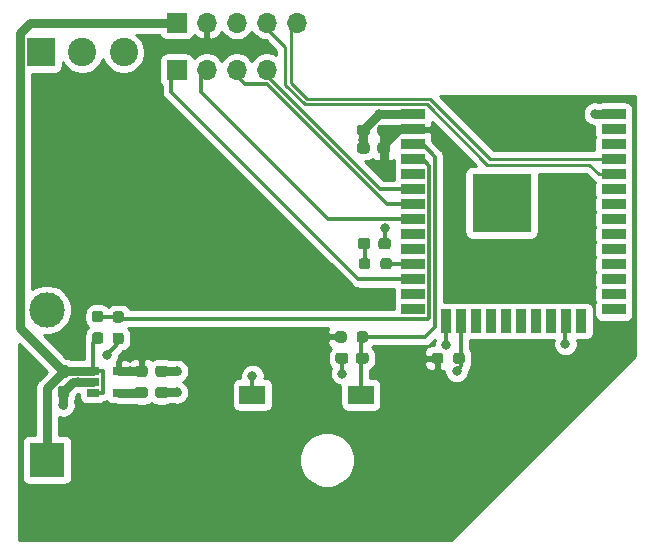
<source format=gbr>
%TF.GenerationSoftware,KiCad,Pcbnew,5.1.10*%
%TF.CreationDate,2021-06-08T01:23:06+10:00*%
%TF.ProjectId,mail-to-telegram,6d61696c-2d74-46f2-9d74-656c65677261,v1.0*%
%TF.SameCoordinates,Original*%
%TF.FileFunction,Copper,L1,Top*%
%TF.FilePolarity,Positive*%
%FSLAX46Y46*%
G04 Gerber Fmt 4.6, Leading zero omitted, Abs format (unit mm)*
G04 Created by KiCad (PCBNEW 5.1.10) date 2021-06-08 01:23:06*
%MOMM*%
%LPD*%
G01*
G04 APERTURE LIST*
%TA.AperFunction,ComponentPad*%
%ADD10C,3.000000*%
%TD*%
%TA.AperFunction,ComponentPad*%
%ADD11R,3.000000X3.000000*%
%TD*%
%TA.AperFunction,SMDPad,CuDef*%
%ADD12R,2.180000X1.600000*%
%TD*%
%TA.AperFunction,SMDPad,CuDef*%
%ADD13R,1.060000X0.650000*%
%TD*%
%TA.AperFunction,ComponentPad*%
%ADD14O,1.700000X1.700000*%
%TD*%
%TA.AperFunction,ComponentPad*%
%ADD15R,1.700000X1.700000*%
%TD*%
%TA.AperFunction,SMDPad,CuDef*%
%ADD16R,2.000000X0.900000*%
%TD*%
%TA.AperFunction,SMDPad,CuDef*%
%ADD17R,0.900000X2.000000*%
%TD*%
%TA.AperFunction,SMDPad,CuDef*%
%ADD18R,5.000000X5.000000*%
%TD*%
%TA.AperFunction,ComponentPad*%
%ADD19C,2.400000*%
%TD*%
%TA.AperFunction,ComponentPad*%
%ADD20R,2.400000X2.400000*%
%TD*%
%TA.AperFunction,ViaPad*%
%ADD21C,0.800000*%
%TD*%
%TA.AperFunction,Conductor*%
%ADD22C,0.750000*%
%TD*%
%TA.AperFunction,Conductor*%
%ADD23C,0.300000*%
%TD*%
%TA.AperFunction,Conductor*%
%ADD24C,0.250000*%
%TD*%
%TA.AperFunction,Conductor*%
%ADD25C,0.254000*%
%TD*%
%TA.AperFunction,Conductor*%
%ADD26C,0.100000*%
%TD*%
G04 APERTURE END LIST*
D10*
%TO.P,BT1,2*%
%TO.N,GND*%
X123000000Y-99800000D03*
D11*
%TO.P,BT1,1*%
%TO.N,+BATT*%
X123000000Y-112500000D03*
%TD*%
%TO.P,R3,2*%
%TO.N,+3V3*%
%TA.AperFunction,SMDPad,CuDef*%
G36*
G01*
X148375000Y-101862500D02*
X148375000Y-102337500D01*
G75*
G02*
X148137500Y-102575000I-237500J0D01*
G01*
X147637500Y-102575000D01*
G75*
G02*
X147400000Y-102337500I0J237500D01*
G01*
X147400000Y-101862500D01*
G75*
G02*
X147637500Y-101625000I237500J0D01*
G01*
X148137500Y-101625000D01*
G75*
G02*
X148375000Y-101862500I0J-237500D01*
G01*
G37*
%TD.AperFunction*%
%TO.P,R3,1*%
%TO.N,ENABLE*%
%TA.AperFunction,SMDPad,CuDef*%
G36*
G01*
X150200000Y-101862500D02*
X150200000Y-102337500D01*
G75*
G02*
X149962500Y-102575000I-237500J0D01*
G01*
X149462500Y-102575000D01*
G75*
G02*
X149225000Y-102337500I0J237500D01*
G01*
X149225000Y-101862500D01*
G75*
G02*
X149462500Y-101625000I237500J0D01*
G01*
X149962500Y-101625000D01*
G75*
G02*
X150200000Y-101862500I0J-237500D01*
G01*
G37*
%TD.AperFunction*%
%TD*%
D12*
%TO.P,SW1,2*%
%TO.N,GND*%
X140410000Y-107000000D03*
%TO.P,SW1,1*%
%TO.N,ENABLE*%
X149590000Y-107000000D03*
%TD*%
%TO.P,C6,2*%
%TO.N,GND*%
%TA.AperFunction,SMDPad,CuDef*%
G36*
G01*
X148512500Y-103662500D02*
X148512500Y-104137500D01*
G75*
G02*
X148275000Y-104375000I-237500J0D01*
G01*
X147675000Y-104375000D01*
G75*
G02*
X147437500Y-104137500I0J237500D01*
G01*
X147437500Y-103662500D01*
G75*
G02*
X147675000Y-103425000I237500J0D01*
G01*
X148275000Y-103425000D01*
G75*
G02*
X148512500Y-103662500I0J-237500D01*
G01*
G37*
%TD.AperFunction*%
%TO.P,C6,1*%
%TO.N,ENABLE*%
%TA.AperFunction,SMDPad,CuDef*%
G36*
G01*
X150237500Y-103662500D02*
X150237500Y-104137500D01*
G75*
G02*
X150000000Y-104375000I-237500J0D01*
G01*
X149400000Y-104375000D01*
G75*
G02*
X149162500Y-104137500I0J237500D01*
G01*
X149162500Y-103662500D01*
G75*
G02*
X149400000Y-103425000I237500J0D01*
G01*
X150000000Y-103425000D01*
G75*
G02*
X150237500Y-103662500I0J-237500D01*
G01*
G37*
%TD.AperFunction*%
%TD*%
D13*
%TO.P,U1,5*%
%TO.N,+3V3*%
X129100000Y-104950000D03*
%TO.P,U1,4*%
%TO.N,Net-(C2-Pad1)*%
X129100000Y-106850000D03*
%TO.P,U1,3*%
%TO.N,+BATT*%
X126900000Y-106850000D03*
%TO.P,U1,2*%
%TO.N,GND*%
X126900000Y-105900000D03*
%TO.P,U1,1*%
%TO.N,+BATT*%
X126900000Y-104950000D03*
%TD*%
D14*
%TO.P,J2,4*%
%TO.N,GPIO34*%
X141620000Y-79500000D03*
%TO.P,J2,3*%
%TO.N,GPIO35*%
X139080000Y-79500000D03*
%TO.P,J2,2*%
%TO.N,GPIO32*%
X136540000Y-79500000D03*
D15*
%TO.P,J2,1*%
%TO.N,GPIO27*%
X134000000Y-79500000D03*
%TD*%
D14*
%TO.P,J1,5*%
%TO.N,UART_TX*%
X144160000Y-75500000D03*
%TO.P,J1,4*%
%TO.N,UART_RX*%
X141620000Y-75500000D03*
%TO.P,J1,3*%
%TO.N,GND*%
X139080000Y-75500000D03*
%TO.P,J1,2*%
%TO.N,+3V3*%
X136540000Y-75500000D03*
D15*
%TO.P,J1,1*%
%TO.N,+BATT*%
X134000000Y-75500000D03*
%TD*%
D16*
%TO.P,U2,38*%
%TO.N,GND*%
X171000000Y-83245000D03*
%TO.P,U2,37*%
%TO.N,Net-(U2-Pad37)*%
X171000000Y-84515000D03*
%TO.P,U2,36*%
%TO.N,Net-(U2-Pad36)*%
X171000000Y-85785000D03*
%TO.P,U2,35*%
%TO.N,UART_TX*%
X171000000Y-87055000D03*
%TO.P,U2,34*%
%TO.N,UART_RX*%
X171000000Y-88325000D03*
%TO.P,U2,33*%
%TO.N,Net-(U2-Pad33)*%
X171000000Y-89595000D03*
%TO.P,U2,32*%
%TO.N,Net-(U2-Pad32)*%
X171000000Y-90865000D03*
%TO.P,U2,31*%
%TO.N,Net-(U2-Pad31)*%
X171000000Y-92135000D03*
%TO.P,U2,30*%
%TO.N,Net-(U2-Pad30)*%
X171000000Y-93405000D03*
%TO.P,U2,29*%
%TO.N,Net-(U2-Pad29)*%
X171000000Y-94675000D03*
%TO.P,U2,28*%
%TO.N,Net-(U2-Pad28)*%
X171000000Y-95945000D03*
%TO.P,U2,27*%
%TO.N,Net-(U2-Pad27)*%
X171000000Y-97215000D03*
%TO.P,U2,26*%
%TO.N,Net-(U2-Pad26)*%
X171000000Y-98485000D03*
%TO.P,U2,25*%
%TO.N,Net-(U2-Pad25)*%
X171000000Y-99755000D03*
D17*
%TO.P,U2,24*%
%TO.N,Net-(U2-Pad24)*%
X168215000Y-100755000D03*
%TO.P,U2,23*%
%TO.N,TOUCH*%
X166945000Y-100755000D03*
%TO.P,U2,22*%
%TO.N,Net-(U2-Pad22)*%
X165675000Y-100755000D03*
%TO.P,U2,21*%
%TO.N,Net-(U2-Pad21)*%
X164405000Y-100755000D03*
%TO.P,U2,20*%
%TO.N,Net-(U2-Pad20)*%
X163135000Y-100755000D03*
%TO.P,U2,19*%
%TO.N,Net-(U2-Pad19)*%
X161865000Y-100755000D03*
%TO.P,U2,18*%
%TO.N,Net-(U2-Pad18)*%
X160595000Y-100755000D03*
%TO.P,U2,17*%
%TO.N,Net-(U2-Pad17)*%
X159325000Y-100755000D03*
%TO.P,U2,16*%
%TO.N,REED_SW*%
X158055000Y-100755000D03*
%TO.P,U2,15*%
%TO.N,GND*%
X156785000Y-100755000D03*
D16*
%TO.P,U2,14*%
%TO.N,Net-(U2-Pad14)*%
X154000000Y-99755000D03*
%TO.P,U2,13*%
%TO.N,Net-(U2-Pad13)*%
X154000000Y-98485000D03*
%TO.P,U2,12*%
%TO.N,GPIO27*%
X154000000Y-97215000D03*
%TO.P,U2,11*%
%TO.N,LED_BUILTIN*%
X154000000Y-95945000D03*
%TO.P,U2,10*%
%TO.N,Net-(U2-Pad10)*%
X154000000Y-94675000D03*
%TO.P,U2,9*%
%TO.N,Net-(U2-Pad9)*%
X154000000Y-93405000D03*
%TO.P,U2,8*%
%TO.N,GPIO32*%
X154000000Y-92135000D03*
%TO.P,U2,7*%
%TO.N,GPIO35*%
X154000000Y-90865000D03*
%TO.P,U2,6*%
%TO.N,GPIO34*%
X154000000Y-89595000D03*
%TO.P,U2,5*%
%TO.N,Net-(U2-Pad5)*%
X154000000Y-88325000D03*
%TO.P,U2,4*%
%TO.N,BAT_ADC*%
X154000000Y-87055000D03*
%TO.P,U2,3*%
%TO.N,ENABLE*%
X154000000Y-85785000D03*
%TO.P,U2,2*%
%TO.N,+3V3*%
X154000000Y-84515000D03*
%TO.P,U2,1*%
%TO.N,GND*%
X154000000Y-83245000D03*
D18*
%TO.P,U2,39*%
X161500000Y-90745000D03*
%TD*%
%TO.P,R5,2*%
%TO.N,LED_BUILTIN*%
%TA.AperFunction,SMDPad,CuDef*%
G36*
G01*
X151237500Y-96137500D02*
X151237500Y-95662500D01*
G75*
G02*
X151475000Y-95425000I237500J0D01*
G01*
X151975000Y-95425000D01*
G75*
G02*
X152212500Y-95662500I0J-237500D01*
G01*
X152212500Y-96137500D01*
G75*
G02*
X151975000Y-96375000I-237500J0D01*
G01*
X151475000Y-96375000D01*
G75*
G02*
X151237500Y-96137500I0J237500D01*
G01*
G37*
%TD.AperFunction*%
%TO.P,R5,1*%
%TO.N,Net-(D1-Pad2)*%
%TA.AperFunction,SMDPad,CuDef*%
G36*
G01*
X149412500Y-96137500D02*
X149412500Y-95662500D01*
G75*
G02*
X149650000Y-95425000I237500J0D01*
G01*
X150150000Y-95425000D01*
G75*
G02*
X150387500Y-95662500I0J-237500D01*
G01*
X150387500Y-96137500D01*
G75*
G02*
X150150000Y-96375000I-237500J0D01*
G01*
X149650000Y-96375000D01*
G75*
G02*
X149412500Y-96137500I0J237500D01*
G01*
G37*
%TD.AperFunction*%
%TD*%
%TO.P,R4,2*%
%TO.N,REED_SW*%
%TA.AperFunction,SMDPad,CuDef*%
G36*
G01*
X157412500Y-104137500D02*
X157412500Y-103662500D01*
G75*
G02*
X157650000Y-103425000I237500J0D01*
G01*
X158150000Y-103425000D01*
G75*
G02*
X158387500Y-103662500I0J-237500D01*
G01*
X158387500Y-104137500D01*
G75*
G02*
X158150000Y-104375000I-237500J0D01*
G01*
X157650000Y-104375000D01*
G75*
G02*
X157412500Y-104137500I0J237500D01*
G01*
G37*
%TD.AperFunction*%
%TO.P,R4,1*%
%TO.N,+3V3*%
%TA.AperFunction,SMDPad,CuDef*%
G36*
G01*
X155587500Y-104137500D02*
X155587500Y-103662500D01*
G75*
G02*
X155825000Y-103425000I237500J0D01*
G01*
X156325000Y-103425000D01*
G75*
G02*
X156562500Y-103662500I0J-237500D01*
G01*
X156562500Y-104137500D01*
G75*
G02*
X156325000Y-104375000I-237500J0D01*
G01*
X155825000Y-104375000D01*
G75*
G02*
X155587500Y-104137500I0J237500D01*
G01*
G37*
%TD.AperFunction*%
%TD*%
%TO.P,R2,2*%
%TO.N,GND*%
%TA.AperFunction,SMDPad,CuDef*%
G36*
G01*
X128812500Y-101737500D02*
X129287500Y-101737500D01*
G75*
G02*
X129525000Y-101975000I0J-237500D01*
G01*
X129525000Y-102475000D01*
G75*
G02*
X129287500Y-102712500I-237500J0D01*
G01*
X128812500Y-102712500D01*
G75*
G02*
X128575000Y-102475000I0J237500D01*
G01*
X128575000Y-101975000D01*
G75*
G02*
X128812500Y-101737500I237500J0D01*
G01*
G37*
%TD.AperFunction*%
%TO.P,R2,1*%
%TO.N,BAT_ADC*%
%TA.AperFunction,SMDPad,CuDef*%
G36*
G01*
X128812500Y-99912500D02*
X129287500Y-99912500D01*
G75*
G02*
X129525000Y-100150000I0J-237500D01*
G01*
X129525000Y-100650000D01*
G75*
G02*
X129287500Y-100887500I-237500J0D01*
G01*
X128812500Y-100887500D01*
G75*
G02*
X128575000Y-100650000I0J237500D01*
G01*
X128575000Y-100150000D01*
G75*
G02*
X128812500Y-99912500I237500J0D01*
G01*
G37*
%TD.AperFunction*%
%TD*%
%TO.P,R1,2*%
%TO.N,BAT_ADC*%
%TA.AperFunction,SMDPad,CuDef*%
G36*
G01*
X127537500Y-100862500D02*
X127062500Y-100862500D01*
G75*
G02*
X126825000Y-100625000I0J237500D01*
G01*
X126825000Y-100125000D01*
G75*
G02*
X127062500Y-99887500I237500J0D01*
G01*
X127537500Y-99887500D01*
G75*
G02*
X127775000Y-100125000I0J-237500D01*
G01*
X127775000Y-100625000D01*
G75*
G02*
X127537500Y-100862500I-237500J0D01*
G01*
G37*
%TD.AperFunction*%
%TO.P,R1,1*%
%TO.N,+BATT*%
%TA.AperFunction,SMDPad,CuDef*%
G36*
G01*
X127537500Y-102687500D02*
X127062500Y-102687500D01*
G75*
G02*
X126825000Y-102450000I0J237500D01*
G01*
X126825000Y-101950000D01*
G75*
G02*
X127062500Y-101712500I237500J0D01*
G01*
X127537500Y-101712500D01*
G75*
G02*
X127775000Y-101950000I0J-237500D01*
G01*
X127775000Y-102450000D01*
G75*
G02*
X127537500Y-102687500I-237500J0D01*
G01*
G37*
%TD.AperFunction*%
%TD*%
D19*
%TO.P,J3,3*%
%TO.N,GND*%
X129500000Y-78000000D03*
%TO.P,J3,2*%
%TO.N,REED_SW*%
X126000000Y-78000000D03*
D20*
%TO.P,J3,1*%
%TO.N,TOUCH*%
X122500000Y-78000000D03*
%TD*%
%TO.P,D1,2*%
%TO.N,Net-(D1-Pad2)*%
%TA.AperFunction,SMDPad,CuDef*%
G36*
G01*
X150375000Y-93962500D02*
X150375000Y-94437500D01*
G75*
G02*
X150137500Y-94675000I-237500J0D01*
G01*
X149562500Y-94675000D01*
G75*
G02*
X149325000Y-94437500I0J237500D01*
G01*
X149325000Y-93962500D01*
G75*
G02*
X149562500Y-93725000I237500J0D01*
G01*
X150137500Y-93725000D01*
G75*
G02*
X150375000Y-93962500I0J-237500D01*
G01*
G37*
%TD.AperFunction*%
%TO.P,D1,1*%
%TO.N,GND*%
%TA.AperFunction,SMDPad,CuDef*%
G36*
G01*
X152125000Y-93962500D02*
X152125000Y-94437500D01*
G75*
G02*
X151887500Y-94675000I-237500J0D01*
G01*
X151312500Y-94675000D01*
G75*
G02*
X151075000Y-94437500I0J237500D01*
G01*
X151075000Y-93962500D01*
G75*
G02*
X151312500Y-93725000I237500J0D01*
G01*
X151887500Y-93725000D01*
G75*
G02*
X152125000Y-93962500I0J-237500D01*
G01*
G37*
%TD.AperFunction*%
%TD*%
%TO.P,C5,2*%
%TO.N,GND*%
%TA.AperFunction,SMDPad,CuDef*%
G36*
G01*
X150337500Y-84362500D02*
X150337500Y-84837500D01*
G75*
G02*
X150100000Y-85075000I-237500J0D01*
G01*
X149500000Y-85075000D01*
G75*
G02*
X149262500Y-84837500I0J237500D01*
G01*
X149262500Y-84362500D01*
G75*
G02*
X149500000Y-84125000I237500J0D01*
G01*
X150100000Y-84125000D01*
G75*
G02*
X150337500Y-84362500I0J-237500D01*
G01*
G37*
%TD.AperFunction*%
%TO.P,C5,1*%
%TO.N,+3V3*%
%TA.AperFunction,SMDPad,CuDef*%
G36*
G01*
X152062500Y-84362500D02*
X152062500Y-84837500D01*
G75*
G02*
X151825000Y-85075000I-237500J0D01*
G01*
X151225000Y-85075000D01*
G75*
G02*
X150987500Y-84837500I0J237500D01*
G01*
X150987500Y-84362500D01*
G75*
G02*
X151225000Y-84125000I237500J0D01*
G01*
X151825000Y-84125000D01*
G75*
G02*
X152062500Y-84362500I0J-237500D01*
G01*
G37*
%TD.AperFunction*%
%TD*%
%TO.P,C4,2*%
%TO.N,GND*%
%TA.AperFunction,SMDPad,CuDef*%
G36*
G01*
X150337500Y-85862500D02*
X150337500Y-86337500D01*
G75*
G02*
X150100000Y-86575000I-237500J0D01*
G01*
X149500000Y-86575000D01*
G75*
G02*
X149262500Y-86337500I0J237500D01*
G01*
X149262500Y-85862500D01*
G75*
G02*
X149500000Y-85625000I237500J0D01*
G01*
X150100000Y-85625000D01*
G75*
G02*
X150337500Y-85862500I0J-237500D01*
G01*
G37*
%TD.AperFunction*%
%TO.P,C4,1*%
%TO.N,+3V3*%
%TA.AperFunction,SMDPad,CuDef*%
G36*
G01*
X152062500Y-85862500D02*
X152062500Y-86337500D01*
G75*
G02*
X151825000Y-86575000I-237500J0D01*
G01*
X151225000Y-86575000D01*
G75*
G02*
X150987500Y-86337500I0J237500D01*
G01*
X150987500Y-85862500D01*
G75*
G02*
X151225000Y-85625000I237500J0D01*
G01*
X151825000Y-85625000D01*
G75*
G02*
X152062500Y-85862500I0J-237500D01*
G01*
G37*
%TD.AperFunction*%
%TD*%
%TO.P,C3,2*%
%TO.N,GND*%
%TA.AperFunction,SMDPad,CuDef*%
G36*
G01*
X132187500Y-105237500D02*
X132187500Y-104762500D01*
G75*
G02*
X132425000Y-104525000I237500J0D01*
G01*
X133025000Y-104525000D01*
G75*
G02*
X133262500Y-104762500I0J-237500D01*
G01*
X133262500Y-105237500D01*
G75*
G02*
X133025000Y-105475000I-237500J0D01*
G01*
X132425000Y-105475000D01*
G75*
G02*
X132187500Y-105237500I0J237500D01*
G01*
G37*
%TD.AperFunction*%
%TO.P,C3,1*%
%TO.N,+3V3*%
%TA.AperFunction,SMDPad,CuDef*%
G36*
G01*
X130462500Y-105237500D02*
X130462500Y-104762500D01*
G75*
G02*
X130700000Y-104525000I237500J0D01*
G01*
X131300000Y-104525000D01*
G75*
G02*
X131537500Y-104762500I0J-237500D01*
G01*
X131537500Y-105237500D01*
G75*
G02*
X131300000Y-105475000I-237500J0D01*
G01*
X130700000Y-105475000D01*
G75*
G02*
X130462500Y-105237500I0J237500D01*
G01*
G37*
%TD.AperFunction*%
%TD*%
%TO.P,C2,2*%
%TO.N,GND*%
%TA.AperFunction,SMDPad,CuDef*%
G36*
G01*
X132187500Y-107037500D02*
X132187500Y-106562500D01*
G75*
G02*
X132425000Y-106325000I237500J0D01*
G01*
X133025000Y-106325000D01*
G75*
G02*
X133262500Y-106562500I0J-237500D01*
G01*
X133262500Y-107037500D01*
G75*
G02*
X133025000Y-107275000I-237500J0D01*
G01*
X132425000Y-107275000D01*
G75*
G02*
X132187500Y-107037500I0J237500D01*
G01*
G37*
%TD.AperFunction*%
%TO.P,C2,1*%
%TO.N,Net-(C2-Pad1)*%
%TA.AperFunction,SMDPad,CuDef*%
G36*
G01*
X130462500Y-107037500D02*
X130462500Y-106562500D01*
G75*
G02*
X130700000Y-106325000I237500J0D01*
G01*
X131300000Y-106325000D01*
G75*
G02*
X131537500Y-106562500I0J-237500D01*
G01*
X131537500Y-107037500D01*
G75*
G02*
X131300000Y-107275000I-237500J0D01*
G01*
X130700000Y-107275000D01*
G75*
G02*
X130462500Y-107037500I0J237500D01*
G01*
G37*
%TD.AperFunction*%
%TD*%
%TO.P,C1,2*%
%TO.N,GND*%
%TA.AperFunction,SMDPad,CuDef*%
G36*
G01*
X124162500Y-106212500D02*
X124637500Y-106212500D01*
G75*
G02*
X124875000Y-106450000I0J-237500D01*
G01*
X124875000Y-107050000D01*
G75*
G02*
X124637500Y-107287500I-237500J0D01*
G01*
X124162500Y-107287500D01*
G75*
G02*
X123925000Y-107050000I0J237500D01*
G01*
X123925000Y-106450000D01*
G75*
G02*
X124162500Y-106212500I237500J0D01*
G01*
G37*
%TD.AperFunction*%
%TO.P,C1,1*%
%TO.N,+BATT*%
%TA.AperFunction,SMDPad,CuDef*%
G36*
G01*
X124162500Y-104487500D02*
X124637500Y-104487500D01*
G75*
G02*
X124875000Y-104725000I0J-237500D01*
G01*
X124875000Y-105325000D01*
G75*
G02*
X124637500Y-105562500I-237500J0D01*
G01*
X124162500Y-105562500D01*
G75*
G02*
X123925000Y-105325000I0J237500D01*
G01*
X123925000Y-104725000D01*
G75*
G02*
X124162500Y-104487500I237500J0D01*
G01*
G37*
%TD.AperFunction*%
%TD*%
D21*
%TO.N,+3V3*%
X130050000Y-104950000D03*
X125500000Y-103400000D03*
X151500000Y-87900000D03*
X144800000Y-94600000D03*
%TO.N,REED_SW*%
X157700000Y-105000000D03*
%TO.N,TOUCH*%
X166900000Y-102700000D03*
%TO.N,GND*%
X161500000Y-90800000D03*
X161500000Y-92700000D03*
X163400000Y-90800000D03*
X161500000Y-88900000D03*
X159600000Y-90800000D03*
X159600000Y-92700000D03*
X163400000Y-92700000D03*
X163400000Y-88900000D03*
X159600000Y-88900000D03*
X124400000Y-107900000D03*
X125600000Y-105925000D03*
X134000000Y-105000000D03*
X134000000Y-106800000D03*
X149800000Y-85400000D03*
X151155000Y-83245000D03*
X169400000Y-83200000D03*
X156800000Y-102800000D03*
X128100000Y-103600000D03*
X140400000Y-105400000D03*
X148000000Y-105200000D03*
X151600000Y-92900000D03*
%TD*%
D22*
%TO.N,+BATT*%
X124400000Y-105063436D02*
X124400000Y-105025000D01*
X123000000Y-106463436D02*
X124400000Y-105063436D01*
X123000000Y-112500000D02*
X123000000Y-106463436D01*
X124475000Y-104950000D02*
X126900000Y-104950000D01*
X124400000Y-105025000D02*
X124475000Y-104950000D01*
D23*
X127730000Y-106850000D02*
X126900000Y-106850000D01*
X127780001Y-106799999D02*
X127730000Y-106850000D01*
X127780001Y-105000001D02*
X127780001Y-106799999D01*
X127730000Y-104950000D02*
X127780001Y-105000001D01*
X126900000Y-104950000D02*
X127730000Y-104950000D01*
D22*
X120724999Y-101349999D02*
X124400000Y-105025000D01*
X120724999Y-76339999D02*
X120724999Y-101349999D01*
X121564998Y-75500000D02*
X120724999Y-76339999D01*
X133500000Y-75500000D02*
X121564998Y-75500000D01*
D23*
X126900000Y-102600000D02*
X127300000Y-102200000D01*
X126900000Y-104950000D02*
X126900000Y-102600000D01*
D22*
%TO.N,Net-(C2-Pad1)*%
X130950000Y-106850000D02*
X131000000Y-106800000D01*
X129100000Y-106850000D02*
X130950000Y-106850000D01*
%TO.N,+3V3*%
X151610000Y-84515000D02*
X151525000Y-84600000D01*
X154000000Y-84515000D02*
X151610000Y-84515000D01*
X151525000Y-85774998D02*
X151525000Y-86100000D01*
X152784998Y-84515000D02*
X151525000Y-85774998D01*
X154000000Y-84515000D02*
X152784998Y-84515000D01*
X151525000Y-84600000D02*
X151525000Y-86100000D01*
D23*
X148112500Y-101887500D02*
X148100000Y-101900000D01*
D22*
X131000000Y-105000000D02*
X130100000Y-105000000D01*
X130100000Y-105000000D02*
X130050000Y-104950000D01*
X129100000Y-104950000D02*
X130050000Y-104950000D01*
X151525000Y-87875000D02*
X151500000Y-87900000D01*
X151525000Y-86100000D02*
X151525000Y-87875000D01*
D23*
%TO.N,ENABLE*%
X149590000Y-102222500D02*
X149712500Y-102100000D01*
X149590000Y-107000000D02*
X149590000Y-102222500D01*
X154810002Y-85785000D02*
X154000000Y-85785000D01*
X155850011Y-101257109D02*
X155850011Y-86825009D01*
X155007120Y-102100000D02*
X155850011Y-101257109D01*
X155850011Y-86825009D02*
X154810002Y-85785000D01*
X149712500Y-102100000D02*
X155007120Y-102100000D01*
%TO.N,Net-(D1-Pad2)*%
X149900000Y-94250000D02*
X149850000Y-94200000D01*
X149900000Y-95900000D02*
X149900000Y-94250000D01*
D24*
%TO.N,UART_TX*%
X143660000Y-80569636D02*
X143660000Y-75500000D01*
X145015374Y-81925010D02*
X143660000Y-80569636D01*
X155425010Y-81925010D02*
X145015374Y-81925010D01*
X160555000Y-87055000D02*
X155425010Y-81925010D01*
X171000000Y-87055000D02*
X160555000Y-87055000D01*
%TO.N,UART_RX*%
X143200000Y-77580000D02*
X141120000Y-75500000D01*
X143200000Y-80746046D02*
X143200000Y-77580000D01*
X144828973Y-82375019D02*
X143200000Y-80746046D01*
X155175019Y-82375019D02*
X144828973Y-82375019D01*
X160305010Y-87505010D02*
X155175019Y-82375019D01*
X168930010Y-87505010D02*
X160305010Y-87505010D01*
X169750000Y-88325000D02*
X168930010Y-87505010D01*
X171000000Y-88325000D02*
X169750000Y-88325000D01*
D23*
%TO.N,GPIO35*%
X151777880Y-90865000D02*
X154000000Y-90865000D01*
X139780001Y-80700001D02*
X141612881Y-80700001D01*
X141612881Y-80700001D02*
X151777880Y-90865000D01*
X138580000Y-79500000D02*
X139780001Y-80700001D01*
%TO.N,GPIO34*%
X151215000Y-89595000D02*
X154000000Y-89595000D01*
X141120000Y-79500000D02*
X151215000Y-89595000D01*
%TO.N,GPIO32*%
X146783998Y-92135000D02*
X154000000Y-92135000D01*
X136040000Y-81391002D02*
X146783998Y-92135000D01*
X136040000Y-79500000D02*
X136040000Y-81391002D01*
%TO.N,GPIO27*%
X149379998Y-97215000D02*
X154000000Y-97215000D01*
X133500000Y-81335002D02*
X149379998Y-97215000D01*
X133500000Y-79500000D02*
X133500000Y-81335002D01*
%TO.N,REED_SW*%
X158055000Y-103755000D02*
X158100000Y-103800000D01*
X158055000Y-100755000D02*
X158055000Y-103755000D01*
X158100000Y-104600000D02*
X157700000Y-105000000D01*
X158100000Y-103800000D02*
X158100000Y-104600000D01*
%TO.N,TOUCH*%
X166900000Y-100800000D02*
X166945000Y-100755000D01*
X166900000Y-102700000D02*
X166900000Y-100800000D01*
%TO.N,BAT_ADC*%
X154810002Y-87055000D02*
X154000000Y-87055000D01*
X155350001Y-87594999D02*
X154810002Y-87055000D01*
X155350001Y-100485001D02*
X155350001Y-87594999D01*
X129025000Y-100375000D02*
X129050000Y-100400000D01*
X127300000Y-100375000D02*
X129025000Y-100375000D01*
X155280001Y-100555001D02*
X155350001Y-100485001D01*
X129205001Y-100555001D02*
X155280001Y-100555001D01*
X129050000Y-100400000D02*
X129205001Y-100555001D01*
%TO.N,LED_BUILTIN*%
X153955000Y-95900000D02*
X154000000Y-95945000D01*
X151725000Y-95900000D02*
X153955000Y-95900000D01*
D22*
%TO.N,GND*%
X124400000Y-106750000D02*
X124400000Y-107900000D01*
X125250000Y-105900000D02*
X124400000Y-106750000D01*
X126900000Y-105900000D02*
X125250000Y-105900000D01*
X125625000Y-105900000D02*
X125600000Y-105925000D01*
X126900000Y-105900000D02*
X125625000Y-105900000D01*
X132725000Y-105000000D02*
X134000000Y-105000000D01*
X132725000Y-106800000D02*
X134000000Y-106800000D01*
X149800000Y-84638436D02*
X149800000Y-85400000D01*
X149800000Y-85400000D02*
X149800000Y-86100000D01*
X149800000Y-84600000D02*
X151155000Y-83245000D01*
X154000000Y-83245000D02*
X151155000Y-83245000D01*
X169445000Y-83245000D02*
X169400000Y-83200000D01*
X171000000Y-83245000D02*
X169445000Y-83245000D01*
D23*
X156785000Y-102785000D02*
X156800000Y-102800000D01*
X156785000Y-100755000D02*
X156785000Y-102785000D01*
X129050000Y-102650000D02*
X128100000Y-103600000D01*
X129050000Y-102225000D02*
X129050000Y-102650000D01*
X140410000Y-105410000D02*
X140400000Y-105400000D01*
X140410000Y-107000000D02*
X140410000Y-105410000D01*
X147975000Y-105175000D02*
X148000000Y-105200000D01*
X147975000Y-103900000D02*
X147975000Y-105175000D01*
X151600000Y-94200000D02*
X151600000Y-92900000D01*
%TD*%
D25*
%TO.N,+3V3*%
X172815001Y-103716262D02*
X157216264Y-119315000D01*
X120685000Y-119315000D01*
X120685000Y-102738355D01*
X122990863Y-105044218D01*
X122320901Y-105714180D01*
X122282368Y-105745803D01*
X122250745Y-105784336D01*
X122250744Y-105784337D01*
X122156154Y-105899596D01*
X122062368Y-106075057D01*
X122004615Y-106265442D01*
X121985114Y-106463436D01*
X121990001Y-106513054D01*
X121990000Y-110361928D01*
X121500000Y-110361928D01*
X121375518Y-110374188D01*
X121255820Y-110410498D01*
X121145506Y-110469463D01*
X121048815Y-110548815D01*
X120969463Y-110645506D01*
X120910498Y-110755820D01*
X120874188Y-110875518D01*
X120861928Y-111000000D01*
X120861928Y-114000000D01*
X120874188Y-114124482D01*
X120910498Y-114244180D01*
X120969463Y-114354494D01*
X121048815Y-114451185D01*
X121145506Y-114530537D01*
X121255820Y-114589502D01*
X121375518Y-114625812D01*
X121500000Y-114638072D01*
X124500000Y-114638072D01*
X124624482Y-114625812D01*
X124744180Y-114589502D01*
X124854494Y-114530537D01*
X124951185Y-114451185D01*
X125030537Y-114354494D01*
X125089502Y-114244180D01*
X125125812Y-114124482D01*
X125138072Y-114000000D01*
X125138072Y-112267560D01*
X144360000Y-112267560D01*
X144360000Y-112732440D01*
X144450694Y-113188387D01*
X144628595Y-113617879D01*
X144886868Y-114004412D01*
X145215588Y-114333132D01*
X145602121Y-114591405D01*
X146031613Y-114769306D01*
X146487560Y-114860000D01*
X146952440Y-114860000D01*
X147408387Y-114769306D01*
X147837879Y-114591405D01*
X148224412Y-114333132D01*
X148553132Y-114004412D01*
X148811405Y-113617879D01*
X148989306Y-113188387D01*
X149080000Y-112732440D01*
X149080000Y-112267560D01*
X148989306Y-111811613D01*
X148811405Y-111382121D01*
X148553132Y-110995588D01*
X148224412Y-110666868D01*
X147837879Y-110408595D01*
X147408387Y-110230694D01*
X146952440Y-110140000D01*
X146487560Y-110140000D01*
X146031613Y-110230694D01*
X145602121Y-110408595D01*
X145215588Y-110666868D01*
X144886868Y-110995588D01*
X144628595Y-111382121D01*
X144450694Y-111811613D01*
X144360000Y-112267560D01*
X125138072Y-112267560D01*
X125138072Y-111000000D01*
X125125812Y-110875518D01*
X125089502Y-110755820D01*
X125030537Y-110645506D01*
X124951185Y-110548815D01*
X124854494Y-110469463D01*
X124744180Y-110410498D01*
X124624482Y-110374188D01*
X124500000Y-110361928D01*
X124010000Y-110361928D01*
X124010000Y-108858733D01*
X124098102Y-108895226D01*
X124298061Y-108935000D01*
X124501939Y-108935000D01*
X124701898Y-108895226D01*
X124890256Y-108817205D01*
X125059774Y-108703937D01*
X125203937Y-108559774D01*
X125317205Y-108390256D01*
X125395226Y-108201898D01*
X125435000Y-108001939D01*
X125435000Y-107798061D01*
X125410000Y-107672377D01*
X125410000Y-107453210D01*
X125446423Y-107385067D01*
X125496248Y-107220816D01*
X125511402Y-107066953D01*
X125618356Y-106960000D01*
X125701939Y-106960000D01*
X125731928Y-106954035D01*
X125731928Y-107175000D01*
X125744188Y-107299482D01*
X125780498Y-107419180D01*
X125839463Y-107529494D01*
X125918815Y-107626185D01*
X126015506Y-107705537D01*
X126125820Y-107764502D01*
X126245518Y-107800812D01*
X126370000Y-107813072D01*
X127430000Y-107813072D01*
X127554482Y-107800812D01*
X127674180Y-107764502D01*
X127784494Y-107705537D01*
X127881185Y-107626185D01*
X127883219Y-107623707D01*
X127883887Y-107623641D01*
X128031860Y-107578754D01*
X128065245Y-107560910D01*
X128118815Y-107626185D01*
X128215506Y-107705537D01*
X128325820Y-107764502D01*
X128445518Y-107800812D01*
X128570000Y-107813072D01*
X128795484Y-107813072D01*
X128902006Y-107845385D01*
X129050392Y-107860000D01*
X130409690Y-107860000D01*
X130529184Y-107896248D01*
X130700000Y-107913072D01*
X131300000Y-107913072D01*
X131470816Y-107896248D01*
X131635067Y-107846423D01*
X131786442Y-107765512D01*
X131862500Y-107703093D01*
X131938558Y-107765512D01*
X132089933Y-107846423D01*
X132254184Y-107896248D01*
X132425000Y-107913072D01*
X133025000Y-107913072D01*
X133195816Y-107896248D01*
X133360067Y-107846423D01*
X133428210Y-107810000D01*
X133772377Y-107810000D01*
X133898061Y-107835000D01*
X134101939Y-107835000D01*
X134301898Y-107795226D01*
X134490256Y-107717205D01*
X134659774Y-107603937D01*
X134803937Y-107459774D01*
X134917205Y-107290256D01*
X134995226Y-107101898D01*
X135035000Y-106901939D01*
X135035000Y-106698061D01*
X134995226Y-106498102D01*
X134917205Y-106309744D01*
X134843877Y-106200000D01*
X138681928Y-106200000D01*
X138681928Y-107800000D01*
X138694188Y-107924482D01*
X138730498Y-108044180D01*
X138789463Y-108154494D01*
X138868815Y-108251185D01*
X138965506Y-108330537D01*
X139075820Y-108389502D01*
X139195518Y-108425812D01*
X139320000Y-108438072D01*
X141500000Y-108438072D01*
X141624482Y-108425812D01*
X141744180Y-108389502D01*
X141854494Y-108330537D01*
X141951185Y-108251185D01*
X142030537Y-108154494D01*
X142089502Y-108044180D01*
X142125812Y-107924482D01*
X142138072Y-107800000D01*
X142138072Y-106200000D01*
X142125812Y-106075518D01*
X142089502Y-105955820D01*
X142030537Y-105845506D01*
X141951185Y-105748815D01*
X141854494Y-105669463D01*
X141744180Y-105610498D01*
X141624482Y-105574188D01*
X141500000Y-105561928D01*
X141423068Y-105561928D01*
X141435000Y-105501939D01*
X141435000Y-105298061D01*
X141395226Y-105098102D01*
X141317205Y-104909744D01*
X141203937Y-104740226D01*
X141059774Y-104596063D01*
X140890256Y-104482795D01*
X140701898Y-104404774D01*
X140501939Y-104365000D01*
X140298061Y-104365000D01*
X140098102Y-104404774D01*
X139909744Y-104482795D01*
X139740226Y-104596063D01*
X139596063Y-104740226D01*
X139482795Y-104909744D01*
X139404774Y-105098102D01*
X139365000Y-105298061D01*
X139365000Y-105501939D01*
X139376932Y-105561928D01*
X139320000Y-105561928D01*
X139195518Y-105574188D01*
X139075820Y-105610498D01*
X138965506Y-105669463D01*
X138868815Y-105748815D01*
X138789463Y-105845506D01*
X138730498Y-105955820D01*
X138694188Y-106075518D01*
X138681928Y-106200000D01*
X134843877Y-106200000D01*
X134803937Y-106140226D01*
X134659774Y-105996063D01*
X134516005Y-105900000D01*
X134659774Y-105803937D01*
X134803937Y-105659774D01*
X134917205Y-105490256D01*
X134995226Y-105301898D01*
X135035000Y-105101939D01*
X135035000Y-104898061D01*
X134995226Y-104698102D01*
X134917205Y-104509744D01*
X134803937Y-104340226D01*
X134659774Y-104196063D01*
X134490256Y-104082795D01*
X134301898Y-104004774D01*
X134101939Y-103965000D01*
X133898061Y-103965000D01*
X133772377Y-103990000D01*
X133428210Y-103990000D01*
X133360067Y-103953577D01*
X133195816Y-103903752D01*
X133025000Y-103886928D01*
X132425000Y-103886928D01*
X132254184Y-103903752D01*
X132089933Y-103953577D01*
X131939894Y-104033774D01*
X131891994Y-103994463D01*
X131781680Y-103935498D01*
X131661982Y-103899188D01*
X131537500Y-103886928D01*
X131285750Y-103890000D01*
X131127000Y-104048750D01*
X131127000Y-104873000D01*
X131147000Y-104873000D01*
X131147000Y-105127000D01*
X131127000Y-105127000D01*
X131127000Y-105147000D01*
X130873000Y-105147000D01*
X130873000Y-105127000D01*
X130156250Y-105127000D01*
X130106250Y-105077000D01*
X129227000Y-105077000D01*
X129227000Y-105097000D01*
X128973000Y-105097000D01*
X128973000Y-105077000D01*
X128953000Y-105077000D01*
X128953000Y-104823000D01*
X128973000Y-104823000D01*
X128973000Y-104156414D01*
X128978120Y-104148750D01*
X129227000Y-104148750D01*
X129227000Y-104823000D01*
X129936250Y-104823000D01*
X129986250Y-104873000D01*
X130873000Y-104873000D01*
X130873000Y-104048750D01*
X130714250Y-103890000D01*
X130462500Y-103886928D01*
X130338018Y-103899188D01*
X130218320Y-103935498D01*
X130108006Y-103994463D01*
X130011315Y-104073815D01*
X129990395Y-104099306D01*
X129984494Y-104094463D01*
X129874180Y-104035498D01*
X129754482Y-103999188D01*
X129630000Y-103986928D01*
X129385750Y-103990000D01*
X129227000Y-104148750D01*
X128978120Y-104148750D01*
X129017205Y-104090256D01*
X129095226Y-103901898D01*
X129135000Y-103701939D01*
X129135000Y-103675157D01*
X129484287Y-103325870D01*
X129622567Y-103283923D01*
X129773942Y-103203012D01*
X129906623Y-103094123D01*
X130015512Y-102961442D01*
X130096423Y-102810067D01*
X130146248Y-102645816D01*
X130163072Y-102475000D01*
X130163072Y-101975000D01*
X130146248Y-101804184D01*
X130096423Y-101639933D01*
X130015512Y-101488558D01*
X129906623Y-101355877D01*
X129887278Y-101340001D01*
X146832317Y-101340001D01*
X146810498Y-101380820D01*
X146774188Y-101500518D01*
X146761928Y-101625000D01*
X146765000Y-101814250D01*
X146923750Y-101973000D01*
X147760500Y-101973000D01*
X147760500Y-101953000D01*
X148014500Y-101953000D01*
X148014500Y-101973000D01*
X148034500Y-101973000D01*
X148034500Y-102227000D01*
X148014500Y-102227000D01*
X148014500Y-102247000D01*
X147760500Y-102247000D01*
X147760500Y-102227000D01*
X146923750Y-102227000D01*
X146765000Y-102385750D01*
X146761928Y-102575000D01*
X146774188Y-102699482D01*
X146810498Y-102819180D01*
X146869463Y-102929494D01*
X146948815Y-103026185D01*
X147021220Y-103085606D01*
X146946988Y-103176058D01*
X146866077Y-103327433D01*
X146816252Y-103491684D01*
X146799428Y-103662500D01*
X146799428Y-104137500D01*
X146816252Y-104308316D01*
X146866077Y-104472567D01*
X146946988Y-104623942D01*
X147055877Y-104756623D01*
X147061474Y-104761217D01*
X147004774Y-104898102D01*
X146965000Y-105098061D01*
X146965000Y-105301939D01*
X147004774Y-105501898D01*
X147082795Y-105690256D01*
X147196063Y-105859774D01*
X147340226Y-106003937D01*
X147509744Y-106117205D01*
X147698102Y-106195226D01*
X147861928Y-106227813D01*
X147861928Y-107800000D01*
X147874188Y-107924482D01*
X147910498Y-108044180D01*
X147969463Y-108154494D01*
X148048815Y-108251185D01*
X148145506Y-108330537D01*
X148255820Y-108389502D01*
X148375518Y-108425812D01*
X148500000Y-108438072D01*
X150680000Y-108438072D01*
X150804482Y-108425812D01*
X150924180Y-108389502D01*
X151034494Y-108330537D01*
X151131185Y-108251185D01*
X151210537Y-108154494D01*
X151269502Y-108044180D01*
X151305812Y-107924482D01*
X151318072Y-107800000D01*
X151318072Y-106200000D01*
X151305812Y-106075518D01*
X151269502Y-105955820D01*
X151210537Y-105845506D01*
X151131185Y-105748815D01*
X151034494Y-105669463D01*
X150924180Y-105610498D01*
X150804482Y-105574188D01*
X150680000Y-105561928D01*
X150375000Y-105561928D01*
X150375000Y-104925079D01*
X150486442Y-104865512D01*
X150619123Y-104756623D01*
X150728012Y-104623942D01*
X150808923Y-104472567D01*
X150838519Y-104375000D01*
X154949428Y-104375000D01*
X154961688Y-104499482D01*
X154997998Y-104619180D01*
X155056963Y-104729494D01*
X155136315Y-104826185D01*
X155233006Y-104905537D01*
X155343320Y-104964502D01*
X155463018Y-105000812D01*
X155587500Y-105013072D01*
X155789250Y-105010000D01*
X155948000Y-104851250D01*
X155948000Y-104027000D01*
X155111250Y-104027000D01*
X154952500Y-104185750D01*
X154949428Y-104375000D01*
X150838519Y-104375000D01*
X150858748Y-104308316D01*
X150875572Y-104137500D01*
X150875572Y-103662500D01*
X150858748Y-103491684D01*
X150808923Y-103327433D01*
X150728012Y-103176058D01*
X150619123Y-103043377D01*
X150547518Y-102984612D01*
X150581623Y-102956623D01*
X150640403Y-102885000D01*
X154968567Y-102885000D01*
X155007120Y-102888797D01*
X155045673Y-102885000D01*
X155045681Y-102885000D01*
X155161007Y-102873641D01*
X155308980Y-102828754D01*
X155445353Y-102755862D01*
X155564884Y-102657764D01*
X155589467Y-102627810D01*
X155865302Y-102351975D01*
X155804774Y-102498102D01*
X155765000Y-102698061D01*
X155765000Y-102789631D01*
X155587500Y-102786928D01*
X155463018Y-102799188D01*
X155343320Y-102835498D01*
X155233006Y-102894463D01*
X155136315Y-102973815D01*
X155056963Y-103070506D01*
X154997998Y-103180820D01*
X154961688Y-103300518D01*
X154949428Y-103425000D01*
X154952500Y-103614250D01*
X155111250Y-103773000D01*
X155948000Y-103773000D01*
X155948000Y-103753000D01*
X156202000Y-103753000D01*
X156202000Y-103773000D01*
X156222000Y-103773000D01*
X156222000Y-104027000D01*
X156202000Y-104027000D01*
X156202000Y-104851250D01*
X156360750Y-105010000D01*
X156562500Y-105013072D01*
X156665000Y-105002977D01*
X156665000Y-105101939D01*
X156704774Y-105301898D01*
X156782795Y-105490256D01*
X156896063Y-105659774D01*
X157040226Y-105803937D01*
X157209744Y-105917205D01*
X157398102Y-105995226D01*
X157598061Y-106035000D01*
X157801939Y-106035000D01*
X158001898Y-105995226D01*
X158190256Y-105917205D01*
X158359774Y-105803937D01*
X158503937Y-105659774D01*
X158617205Y-105490256D01*
X158695226Y-105301898D01*
X158735000Y-105101939D01*
X158735000Y-105063653D01*
X158755862Y-105038233D01*
X158828754Y-104901860D01*
X158863194Y-104788328D01*
X158873641Y-104753888D01*
X158877989Y-104709744D01*
X158885000Y-104638561D01*
X158885000Y-104638554D01*
X158888343Y-104604615D01*
X158958923Y-104472567D01*
X159008748Y-104308316D01*
X159025572Y-104137500D01*
X159025572Y-103662500D01*
X159008748Y-103491684D01*
X158958923Y-103327433D01*
X158878012Y-103176058D01*
X158840000Y-103129740D01*
X158840000Y-102389625D01*
X158875000Y-102393072D01*
X159775000Y-102393072D01*
X159899482Y-102380812D01*
X159960000Y-102362454D01*
X160020518Y-102380812D01*
X160145000Y-102393072D01*
X161045000Y-102393072D01*
X161169482Y-102380812D01*
X161230000Y-102362454D01*
X161290518Y-102380812D01*
X161415000Y-102393072D01*
X162315000Y-102393072D01*
X162439482Y-102380812D01*
X162500000Y-102362454D01*
X162560518Y-102380812D01*
X162685000Y-102393072D01*
X163585000Y-102393072D01*
X163709482Y-102380812D01*
X163770000Y-102362454D01*
X163830518Y-102380812D01*
X163955000Y-102393072D01*
X164855000Y-102393072D01*
X164979482Y-102380812D01*
X165040000Y-102362454D01*
X165100518Y-102380812D01*
X165225000Y-102393072D01*
X165906858Y-102393072D01*
X165904774Y-102398102D01*
X165865000Y-102598061D01*
X165865000Y-102801939D01*
X165904774Y-103001898D01*
X165982795Y-103190256D01*
X166096063Y-103359774D01*
X166240226Y-103503937D01*
X166409744Y-103617205D01*
X166598102Y-103695226D01*
X166798061Y-103735000D01*
X167001939Y-103735000D01*
X167201898Y-103695226D01*
X167390256Y-103617205D01*
X167559774Y-103503937D01*
X167703937Y-103359774D01*
X167817205Y-103190256D01*
X167895226Y-103001898D01*
X167935000Y-102801939D01*
X167935000Y-102598061D01*
X167895226Y-102398102D01*
X167893142Y-102393072D01*
X168665000Y-102393072D01*
X168789482Y-102380812D01*
X168909180Y-102344502D01*
X169019494Y-102285537D01*
X169116185Y-102206185D01*
X169195537Y-102109494D01*
X169254502Y-101999180D01*
X169290812Y-101879482D01*
X169303072Y-101755000D01*
X169303072Y-99755000D01*
X169290812Y-99630518D01*
X169254502Y-99510820D01*
X169195537Y-99400506D01*
X169116185Y-99303815D01*
X169019494Y-99224463D01*
X168909180Y-99165498D01*
X168789482Y-99129188D01*
X168665000Y-99116928D01*
X167765000Y-99116928D01*
X167640518Y-99129188D01*
X167580000Y-99147546D01*
X167519482Y-99129188D01*
X167395000Y-99116928D01*
X166495000Y-99116928D01*
X166370518Y-99129188D01*
X166310000Y-99147546D01*
X166249482Y-99129188D01*
X166125000Y-99116928D01*
X165225000Y-99116928D01*
X165100518Y-99129188D01*
X165040000Y-99147546D01*
X164979482Y-99129188D01*
X164855000Y-99116928D01*
X163955000Y-99116928D01*
X163830518Y-99129188D01*
X163770000Y-99147546D01*
X163709482Y-99129188D01*
X163585000Y-99116928D01*
X162685000Y-99116928D01*
X162560518Y-99129188D01*
X162500000Y-99147546D01*
X162439482Y-99129188D01*
X162315000Y-99116928D01*
X161415000Y-99116928D01*
X161290518Y-99129188D01*
X161230000Y-99147546D01*
X161169482Y-99129188D01*
X161045000Y-99116928D01*
X160145000Y-99116928D01*
X160020518Y-99129188D01*
X159960000Y-99147546D01*
X159899482Y-99129188D01*
X159775000Y-99116928D01*
X158875000Y-99116928D01*
X158750518Y-99129188D01*
X158690000Y-99147546D01*
X158629482Y-99129188D01*
X158505000Y-99116928D01*
X157605000Y-99116928D01*
X157480518Y-99129188D01*
X157420000Y-99147546D01*
X157359482Y-99129188D01*
X157235000Y-99116928D01*
X156635011Y-99116928D01*
X156635011Y-86863565D01*
X156638808Y-86825009D01*
X156635011Y-86786453D01*
X156635011Y-86786448D01*
X156629520Y-86730694D01*
X156623653Y-86671122D01*
X156578765Y-86523149D01*
X156560181Y-86488380D01*
X156505873Y-86386776D01*
X156407775Y-86267245D01*
X156377821Y-86242662D01*
X155638072Y-85502913D01*
X155638072Y-85335000D01*
X155625812Y-85210518D01*
X155607454Y-85150000D01*
X155625812Y-85089482D01*
X155638072Y-84965000D01*
X155635000Y-84800750D01*
X155476250Y-84642000D01*
X154127000Y-84642000D01*
X154127000Y-84662000D01*
X153873000Y-84662000D01*
X153873000Y-84642000D01*
X152523750Y-84642000D01*
X152438750Y-84727000D01*
X151652000Y-84727000D01*
X151652000Y-85973000D01*
X151672000Y-85973000D01*
X151672000Y-86227000D01*
X151652000Y-86227000D01*
X151652000Y-87051250D01*
X151810750Y-87210000D01*
X152062500Y-87213072D01*
X152186982Y-87200812D01*
X152306680Y-87164502D01*
X152361928Y-87134971D01*
X152361928Y-87505000D01*
X152374188Y-87629482D01*
X152392546Y-87690000D01*
X152374188Y-87750518D01*
X152361928Y-87875000D01*
X152361928Y-88775000D01*
X152365375Y-88810000D01*
X151540158Y-88810000D01*
X149943230Y-87213072D01*
X150100000Y-87213072D01*
X150270816Y-87196248D01*
X150435067Y-87146423D01*
X150585106Y-87066226D01*
X150633006Y-87105537D01*
X150743320Y-87164502D01*
X150863018Y-87200812D01*
X150987500Y-87213072D01*
X151239250Y-87210000D01*
X151398000Y-87051250D01*
X151398000Y-86227000D01*
X151378000Y-86227000D01*
X151378000Y-85973000D01*
X151398000Y-85973000D01*
X151398000Y-84727000D01*
X151378000Y-84727000D01*
X151378000Y-84473000D01*
X151398000Y-84473000D01*
X151398000Y-84453000D01*
X151652000Y-84453000D01*
X151652000Y-84473000D01*
X152538750Y-84473000D01*
X152623750Y-84388000D01*
X153873000Y-84388000D01*
X153873000Y-84368000D01*
X154127000Y-84368000D01*
X154127000Y-84388000D01*
X155476250Y-84388000D01*
X155635000Y-84229250D01*
X155638072Y-84065000D01*
X155625812Y-83940518D01*
X155608436Y-83883237D01*
X159332126Y-87606928D01*
X159000000Y-87606928D01*
X158875518Y-87619188D01*
X158755820Y-87655498D01*
X158645506Y-87714463D01*
X158548815Y-87793815D01*
X158469463Y-87890506D01*
X158410498Y-88000820D01*
X158374188Y-88120518D01*
X158361928Y-88245000D01*
X158361928Y-93245000D01*
X158374188Y-93369482D01*
X158410498Y-93489180D01*
X158469463Y-93599494D01*
X158548815Y-93696185D01*
X158645506Y-93775537D01*
X158755820Y-93834502D01*
X158875518Y-93870812D01*
X159000000Y-93883072D01*
X164000000Y-93883072D01*
X164124482Y-93870812D01*
X164244180Y-93834502D01*
X164354494Y-93775537D01*
X164451185Y-93696185D01*
X164530537Y-93599494D01*
X164589502Y-93489180D01*
X164625812Y-93369482D01*
X164638072Y-93245000D01*
X164638072Y-88265010D01*
X168615209Y-88265010D01*
X169186201Y-88836002D01*
X169209999Y-88865001D01*
X169238997Y-88888799D01*
X169325723Y-88959974D01*
X169383230Y-88990712D01*
X169374188Y-89020518D01*
X169361928Y-89145000D01*
X169361928Y-90045000D01*
X169374188Y-90169482D01*
X169392546Y-90230000D01*
X169374188Y-90290518D01*
X169361928Y-90415000D01*
X169361928Y-91315000D01*
X169374188Y-91439482D01*
X169392546Y-91500000D01*
X169374188Y-91560518D01*
X169361928Y-91685000D01*
X169361928Y-92585000D01*
X169374188Y-92709482D01*
X169392546Y-92770000D01*
X169374188Y-92830518D01*
X169361928Y-92955000D01*
X169361928Y-93855000D01*
X169374188Y-93979482D01*
X169392546Y-94040000D01*
X169374188Y-94100518D01*
X169361928Y-94225000D01*
X169361928Y-95125000D01*
X169374188Y-95249482D01*
X169392546Y-95310000D01*
X169374188Y-95370518D01*
X169361928Y-95495000D01*
X169361928Y-96395000D01*
X169374188Y-96519482D01*
X169392546Y-96580000D01*
X169374188Y-96640518D01*
X169361928Y-96765000D01*
X169361928Y-97665000D01*
X169374188Y-97789482D01*
X169392546Y-97850000D01*
X169374188Y-97910518D01*
X169361928Y-98035000D01*
X169361928Y-98935000D01*
X169374188Y-99059482D01*
X169392546Y-99120000D01*
X169374188Y-99180518D01*
X169361928Y-99305000D01*
X169361928Y-100205000D01*
X169374188Y-100329482D01*
X169410498Y-100449180D01*
X169469463Y-100559494D01*
X169548815Y-100656185D01*
X169645506Y-100735537D01*
X169755820Y-100794502D01*
X169875518Y-100830812D01*
X170000000Y-100843072D01*
X172000000Y-100843072D01*
X172124482Y-100830812D01*
X172244180Y-100794502D01*
X172354494Y-100735537D01*
X172451185Y-100656185D01*
X172530537Y-100559494D01*
X172589502Y-100449180D01*
X172625812Y-100329482D01*
X172638072Y-100205000D01*
X172638072Y-99305000D01*
X172625812Y-99180518D01*
X172607454Y-99120000D01*
X172625812Y-99059482D01*
X172638072Y-98935000D01*
X172638072Y-98035000D01*
X172625812Y-97910518D01*
X172607454Y-97850000D01*
X172625812Y-97789482D01*
X172638072Y-97665000D01*
X172638072Y-96765000D01*
X172625812Y-96640518D01*
X172607454Y-96580000D01*
X172625812Y-96519482D01*
X172638072Y-96395000D01*
X172638072Y-95495000D01*
X172625812Y-95370518D01*
X172607454Y-95310000D01*
X172625812Y-95249482D01*
X172638072Y-95125000D01*
X172638072Y-94225000D01*
X172625812Y-94100518D01*
X172607454Y-94040000D01*
X172625812Y-93979482D01*
X172638072Y-93855000D01*
X172638072Y-92955000D01*
X172625812Y-92830518D01*
X172607454Y-92770000D01*
X172625812Y-92709482D01*
X172638072Y-92585000D01*
X172638072Y-91685000D01*
X172625812Y-91560518D01*
X172607454Y-91500000D01*
X172625812Y-91439482D01*
X172638072Y-91315000D01*
X172638072Y-90415000D01*
X172625812Y-90290518D01*
X172607454Y-90230000D01*
X172625812Y-90169482D01*
X172638072Y-90045000D01*
X172638072Y-89145000D01*
X172625812Y-89020518D01*
X172607454Y-88960000D01*
X172625812Y-88899482D01*
X172638072Y-88775000D01*
X172638072Y-87875000D01*
X172625812Y-87750518D01*
X172607454Y-87690000D01*
X172625812Y-87629482D01*
X172638072Y-87505000D01*
X172638072Y-86605000D01*
X172625812Y-86480518D01*
X172607454Y-86420000D01*
X172625812Y-86359482D01*
X172638072Y-86235000D01*
X172638072Y-85335000D01*
X172625812Y-85210518D01*
X172607454Y-85150000D01*
X172625812Y-85089482D01*
X172638072Y-84965000D01*
X172638072Y-84065000D01*
X172625812Y-83940518D01*
X172607454Y-83880000D01*
X172625812Y-83819482D01*
X172638072Y-83695000D01*
X172638072Y-82795000D01*
X172625812Y-82670518D01*
X172589502Y-82550820D01*
X172530537Y-82440506D01*
X172451185Y-82343815D01*
X172354494Y-82264463D01*
X172244180Y-82205498D01*
X172124482Y-82169188D01*
X172000000Y-82156928D01*
X170000000Y-82156928D01*
X169875518Y-82169188D01*
X169755820Y-82205498D01*
X169733041Y-82217674D01*
X169701898Y-82204774D01*
X169501939Y-82165000D01*
X169298061Y-82165000D01*
X169098102Y-82204774D01*
X168909744Y-82282795D01*
X168740226Y-82396063D01*
X168596063Y-82540226D01*
X168482795Y-82709744D01*
X168404774Y-82898102D01*
X168365000Y-83098061D01*
X168365000Y-83301939D01*
X168404774Y-83501898D01*
X168482795Y-83690256D01*
X168596063Y-83859774D01*
X168740226Y-84003937D01*
X168909744Y-84117205D01*
X169018475Y-84162243D01*
X169056620Y-84182632D01*
X169098007Y-84195187D01*
X169098102Y-84195226D01*
X169098203Y-84195246D01*
X169152184Y-84211621D01*
X169247006Y-84240385D01*
X169361928Y-84251704D01*
X169361928Y-84965000D01*
X169374188Y-85089482D01*
X169392546Y-85150000D01*
X169374188Y-85210518D01*
X169361928Y-85335000D01*
X169361928Y-86235000D01*
X169367837Y-86295000D01*
X160869803Y-86295000D01*
X156301801Y-81727000D01*
X172815000Y-81727000D01*
X172815001Y-103716262D01*
%TA.AperFunction,Conductor*%
D26*
G36*
X172815001Y-103716262D02*
G01*
X157216264Y-119315000D01*
X120685000Y-119315000D01*
X120685000Y-102738355D01*
X122990863Y-105044218D01*
X122320901Y-105714180D01*
X122282368Y-105745803D01*
X122250745Y-105784336D01*
X122250744Y-105784337D01*
X122156154Y-105899596D01*
X122062368Y-106075057D01*
X122004615Y-106265442D01*
X121985114Y-106463436D01*
X121990001Y-106513054D01*
X121990000Y-110361928D01*
X121500000Y-110361928D01*
X121375518Y-110374188D01*
X121255820Y-110410498D01*
X121145506Y-110469463D01*
X121048815Y-110548815D01*
X120969463Y-110645506D01*
X120910498Y-110755820D01*
X120874188Y-110875518D01*
X120861928Y-111000000D01*
X120861928Y-114000000D01*
X120874188Y-114124482D01*
X120910498Y-114244180D01*
X120969463Y-114354494D01*
X121048815Y-114451185D01*
X121145506Y-114530537D01*
X121255820Y-114589502D01*
X121375518Y-114625812D01*
X121500000Y-114638072D01*
X124500000Y-114638072D01*
X124624482Y-114625812D01*
X124744180Y-114589502D01*
X124854494Y-114530537D01*
X124951185Y-114451185D01*
X125030537Y-114354494D01*
X125089502Y-114244180D01*
X125125812Y-114124482D01*
X125138072Y-114000000D01*
X125138072Y-112267560D01*
X144360000Y-112267560D01*
X144360000Y-112732440D01*
X144450694Y-113188387D01*
X144628595Y-113617879D01*
X144886868Y-114004412D01*
X145215588Y-114333132D01*
X145602121Y-114591405D01*
X146031613Y-114769306D01*
X146487560Y-114860000D01*
X146952440Y-114860000D01*
X147408387Y-114769306D01*
X147837879Y-114591405D01*
X148224412Y-114333132D01*
X148553132Y-114004412D01*
X148811405Y-113617879D01*
X148989306Y-113188387D01*
X149080000Y-112732440D01*
X149080000Y-112267560D01*
X148989306Y-111811613D01*
X148811405Y-111382121D01*
X148553132Y-110995588D01*
X148224412Y-110666868D01*
X147837879Y-110408595D01*
X147408387Y-110230694D01*
X146952440Y-110140000D01*
X146487560Y-110140000D01*
X146031613Y-110230694D01*
X145602121Y-110408595D01*
X145215588Y-110666868D01*
X144886868Y-110995588D01*
X144628595Y-111382121D01*
X144450694Y-111811613D01*
X144360000Y-112267560D01*
X125138072Y-112267560D01*
X125138072Y-111000000D01*
X125125812Y-110875518D01*
X125089502Y-110755820D01*
X125030537Y-110645506D01*
X124951185Y-110548815D01*
X124854494Y-110469463D01*
X124744180Y-110410498D01*
X124624482Y-110374188D01*
X124500000Y-110361928D01*
X124010000Y-110361928D01*
X124010000Y-108858733D01*
X124098102Y-108895226D01*
X124298061Y-108935000D01*
X124501939Y-108935000D01*
X124701898Y-108895226D01*
X124890256Y-108817205D01*
X125059774Y-108703937D01*
X125203937Y-108559774D01*
X125317205Y-108390256D01*
X125395226Y-108201898D01*
X125435000Y-108001939D01*
X125435000Y-107798061D01*
X125410000Y-107672377D01*
X125410000Y-107453210D01*
X125446423Y-107385067D01*
X125496248Y-107220816D01*
X125511402Y-107066953D01*
X125618356Y-106960000D01*
X125701939Y-106960000D01*
X125731928Y-106954035D01*
X125731928Y-107175000D01*
X125744188Y-107299482D01*
X125780498Y-107419180D01*
X125839463Y-107529494D01*
X125918815Y-107626185D01*
X126015506Y-107705537D01*
X126125820Y-107764502D01*
X126245518Y-107800812D01*
X126370000Y-107813072D01*
X127430000Y-107813072D01*
X127554482Y-107800812D01*
X127674180Y-107764502D01*
X127784494Y-107705537D01*
X127881185Y-107626185D01*
X127883219Y-107623707D01*
X127883887Y-107623641D01*
X128031860Y-107578754D01*
X128065245Y-107560910D01*
X128118815Y-107626185D01*
X128215506Y-107705537D01*
X128325820Y-107764502D01*
X128445518Y-107800812D01*
X128570000Y-107813072D01*
X128795484Y-107813072D01*
X128902006Y-107845385D01*
X129050392Y-107860000D01*
X130409690Y-107860000D01*
X130529184Y-107896248D01*
X130700000Y-107913072D01*
X131300000Y-107913072D01*
X131470816Y-107896248D01*
X131635067Y-107846423D01*
X131786442Y-107765512D01*
X131862500Y-107703093D01*
X131938558Y-107765512D01*
X132089933Y-107846423D01*
X132254184Y-107896248D01*
X132425000Y-107913072D01*
X133025000Y-107913072D01*
X133195816Y-107896248D01*
X133360067Y-107846423D01*
X133428210Y-107810000D01*
X133772377Y-107810000D01*
X133898061Y-107835000D01*
X134101939Y-107835000D01*
X134301898Y-107795226D01*
X134490256Y-107717205D01*
X134659774Y-107603937D01*
X134803937Y-107459774D01*
X134917205Y-107290256D01*
X134995226Y-107101898D01*
X135035000Y-106901939D01*
X135035000Y-106698061D01*
X134995226Y-106498102D01*
X134917205Y-106309744D01*
X134843877Y-106200000D01*
X138681928Y-106200000D01*
X138681928Y-107800000D01*
X138694188Y-107924482D01*
X138730498Y-108044180D01*
X138789463Y-108154494D01*
X138868815Y-108251185D01*
X138965506Y-108330537D01*
X139075820Y-108389502D01*
X139195518Y-108425812D01*
X139320000Y-108438072D01*
X141500000Y-108438072D01*
X141624482Y-108425812D01*
X141744180Y-108389502D01*
X141854494Y-108330537D01*
X141951185Y-108251185D01*
X142030537Y-108154494D01*
X142089502Y-108044180D01*
X142125812Y-107924482D01*
X142138072Y-107800000D01*
X142138072Y-106200000D01*
X142125812Y-106075518D01*
X142089502Y-105955820D01*
X142030537Y-105845506D01*
X141951185Y-105748815D01*
X141854494Y-105669463D01*
X141744180Y-105610498D01*
X141624482Y-105574188D01*
X141500000Y-105561928D01*
X141423068Y-105561928D01*
X141435000Y-105501939D01*
X141435000Y-105298061D01*
X141395226Y-105098102D01*
X141317205Y-104909744D01*
X141203937Y-104740226D01*
X141059774Y-104596063D01*
X140890256Y-104482795D01*
X140701898Y-104404774D01*
X140501939Y-104365000D01*
X140298061Y-104365000D01*
X140098102Y-104404774D01*
X139909744Y-104482795D01*
X139740226Y-104596063D01*
X139596063Y-104740226D01*
X139482795Y-104909744D01*
X139404774Y-105098102D01*
X139365000Y-105298061D01*
X139365000Y-105501939D01*
X139376932Y-105561928D01*
X139320000Y-105561928D01*
X139195518Y-105574188D01*
X139075820Y-105610498D01*
X138965506Y-105669463D01*
X138868815Y-105748815D01*
X138789463Y-105845506D01*
X138730498Y-105955820D01*
X138694188Y-106075518D01*
X138681928Y-106200000D01*
X134843877Y-106200000D01*
X134803937Y-106140226D01*
X134659774Y-105996063D01*
X134516005Y-105900000D01*
X134659774Y-105803937D01*
X134803937Y-105659774D01*
X134917205Y-105490256D01*
X134995226Y-105301898D01*
X135035000Y-105101939D01*
X135035000Y-104898061D01*
X134995226Y-104698102D01*
X134917205Y-104509744D01*
X134803937Y-104340226D01*
X134659774Y-104196063D01*
X134490256Y-104082795D01*
X134301898Y-104004774D01*
X134101939Y-103965000D01*
X133898061Y-103965000D01*
X133772377Y-103990000D01*
X133428210Y-103990000D01*
X133360067Y-103953577D01*
X133195816Y-103903752D01*
X133025000Y-103886928D01*
X132425000Y-103886928D01*
X132254184Y-103903752D01*
X132089933Y-103953577D01*
X131939894Y-104033774D01*
X131891994Y-103994463D01*
X131781680Y-103935498D01*
X131661982Y-103899188D01*
X131537500Y-103886928D01*
X131285750Y-103890000D01*
X131127000Y-104048750D01*
X131127000Y-104873000D01*
X131147000Y-104873000D01*
X131147000Y-105127000D01*
X131127000Y-105127000D01*
X131127000Y-105147000D01*
X130873000Y-105147000D01*
X130873000Y-105127000D01*
X130156250Y-105127000D01*
X130106250Y-105077000D01*
X129227000Y-105077000D01*
X129227000Y-105097000D01*
X128973000Y-105097000D01*
X128973000Y-105077000D01*
X128953000Y-105077000D01*
X128953000Y-104823000D01*
X128973000Y-104823000D01*
X128973000Y-104156414D01*
X128978120Y-104148750D01*
X129227000Y-104148750D01*
X129227000Y-104823000D01*
X129936250Y-104823000D01*
X129986250Y-104873000D01*
X130873000Y-104873000D01*
X130873000Y-104048750D01*
X130714250Y-103890000D01*
X130462500Y-103886928D01*
X130338018Y-103899188D01*
X130218320Y-103935498D01*
X130108006Y-103994463D01*
X130011315Y-104073815D01*
X129990395Y-104099306D01*
X129984494Y-104094463D01*
X129874180Y-104035498D01*
X129754482Y-103999188D01*
X129630000Y-103986928D01*
X129385750Y-103990000D01*
X129227000Y-104148750D01*
X128978120Y-104148750D01*
X129017205Y-104090256D01*
X129095226Y-103901898D01*
X129135000Y-103701939D01*
X129135000Y-103675157D01*
X129484287Y-103325870D01*
X129622567Y-103283923D01*
X129773942Y-103203012D01*
X129906623Y-103094123D01*
X130015512Y-102961442D01*
X130096423Y-102810067D01*
X130146248Y-102645816D01*
X130163072Y-102475000D01*
X130163072Y-101975000D01*
X130146248Y-101804184D01*
X130096423Y-101639933D01*
X130015512Y-101488558D01*
X129906623Y-101355877D01*
X129887278Y-101340001D01*
X146832317Y-101340001D01*
X146810498Y-101380820D01*
X146774188Y-101500518D01*
X146761928Y-101625000D01*
X146765000Y-101814250D01*
X146923750Y-101973000D01*
X147760500Y-101973000D01*
X147760500Y-101953000D01*
X148014500Y-101953000D01*
X148014500Y-101973000D01*
X148034500Y-101973000D01*
X148034500Y-102227000D01*
X148014500Y-102227000D01*
X148014500Y-102247000D01*
X147760500Y-102247000D01*
X147760500Y-102227000D01*
X146923750Y-102227000D01*
X146765000Y-102385750D01*
X146761928Y-102575000D01*
X146774188Y-102699482D01*
X146810498Y-102819180D01*
X146869463Y-102929494D01*
X146948815Y-103026185D01*
X147021220Y-103085606D01*
X146946988Y-103176058D01*
X146866077Y-103327433D01*
X146816252Y-103491684D01*
X146799428Y-103662500D01*
X146799428Y-104137500D01*
X146816252Y-104308316D01*
X146866077Y-104472567D01*
X146946988Y-104623942D01*
X147055877Y-104756623D01*
X147061474Y-104761217D01*
X147004774Y-104898102D01*
X146965000Y-105098061D01*
X146965000Y-105301939D01*
X147004774Y-105501898D01*
X147082795Y-105690256D01*
X147196063Y-105859774D01*
X147340226Y-106003937D01*
X147509744Y-106117205D01*
X147698102Y-106195226D01*
X147861928Y-106227813D01*
X147861928Y-107800000D01*
X147874188Y-107924482D01*
X147910498Y-108044180D01*
X147969463Y-108154494D01*
X148048815Y-108251185D01*
X148145506Y-108330537D01*
X148255820Y-108389502D01*
X148375518Y-108425812D01*
X148500000Y-108438072D01*
X150680000Y-108438072D01*
X150804482Y-108425812D01*
X150924180Y-108389502D01*
X151034494Y-108330537D01*
X151131185Y-108251185D01*
X151210537Y-108154494D01*
X151269502Y-108044180D01*
X151305812Y-107924482D01*
X151318072Y-107800000D01*
X151318072Y-106200000D01*
X151305812Y-106075518D01*
X151269502Y-105955820D01*
X151210537Y-105845506D01*
X151131185Y-105748815D01*
X151034494Y-105669463D01*
X150924180Y-105610498D01*
X150804482Y-105574188D01*
X150680000Y-105561928D01*
X150375000Y-105561928D01*
X150375000Y-104925079D01*
X150486442Y-104865512D01*
X150619123Y-104756623D01*
X150728012Y-104623942D01*
X150808923Y-104472567D01*
X150838519Y-104375000D01*
X154949428Y-104375000D01*
X154961688Y-104499482D01*
X154997998Y-104619180D01*
X155056963Y-104729494D01*
X155136315Y-104826185D01*
X155233006Y-104905537D01*
X155343320Y-104964502D01*
X155463018Y-105000812D01*
X155587500Y-105013072D01*
X155789250Y-105010000D01*
X155948000Y-104851250D01*
X155948000Y-104027000D01*
X155111250Y-104027000D01*
X154952500Y-104185750D01*
X154949428Y-104375000D01*
X150838519Y-104375000D01*
X150858748Y-104308316D01*
X150875572Y-104137500D01*
X150875572Y-103662500D01*
X150858748Y-103491684D01*
X150808923Y-103327433D01*
X150728012Y-103176058D01*
X150619123Y-103043377D01*
X150547518Y-102984612D01*
X150581623Y-102956623D01*
X150640403Y-102885000D01*
X154968567Y-102885000D01*
X155007120Y-102888797D01*
X155045673Y-102885000D01*
X155045681Y-102885000D01*
X155161007Y-102873641D01*
X155308980Y-102828754D01*
X155445353Y-102755862D01*
X155564884Y-102657764D01*
X155589467Y-102627810D01*
X155865302Y-102351975D01*
X155804774Y-102498102D01*
X155765000Y-102698061D01*
X155765000Y-102789631D01*
X155587500Y-102786928D01*
X155463018Y-102799188D01*
X155343320Y-102835498D01*
X155233006Y-102894463D01*
X155136315Y-102973815D01*
X155056963Y-103070506D01*
X154997998Y-103180820D01*
X154961688Y-103300518D01*
X154949428Y-103425000D01*
X154952500Y-103614250D01*
X155111250Y-103773000D01*
X155948000Y-103773000D01*
X155948000Y-103753000D01*
X156202000Y-103753000D01*
X156202000Y-103773000D01*
X156222000Y-103773000D01*
X156222000Y-104027000D01*
X156202000Y-104027000D01*
X156202000Y-104851250D01*
X156360750Y-105010000D01*
X156562500Y-105013072D01*
X156665000Y-105002977D01*
X156665000Y-105101939D01*
X156704774Y-105301898D01*
X156782795Y-105490256D01*
X156896063Y-105659774D01*
X157040226Y-105803937D01*
X157209744Y-105917205D01*
X157398102Y-105995226D01*
X157598061Y-106035000D01*
X157801939Y-106035000D01*
X158001898Y-105995226D01*
X158190256Y-105917205D01*
X158359774Y-105803937D01*
X158503937Y-105659774D01*
X158617205Y-105490256D01*
X158695226Y-105301898D01*
X158735000Y-105101939D01*
X158735000Y-105063653D01*
X158755862Y-105038233D01*
X158828754Y-104901860D01*
X158863194Y-104788328D01*
X158873641Y-104753888D01*
X158877989Y-104709744D01*
X158885000Y-104638561D01*
X158885000Y-104638554D01*
X158888343Y-104604615D01*
X158958923Y-104472567D01*
X159008748Y-104308316D01*
X159025572Y-104137500D01*
X159025572Y-103662500D01*
X159008748Y-103491684D01*
X158958923Y-103327433D01*
X158878012Y-103176058D01*
X158840000Y-103129740D01*
X158840000Y-102389625D01*
X158875000Y-102393072D01*
X159775000Y-102393072D01*
X159899482Y-102380812D01*
X159960000Y-102362454D01*
X160020518Y-102380812D01*
X160145000Y-102393072D01*
X161045000Y-102393072D01*
X161169482Y-102380812D01*
X161230000Y-102362454D01*
X161290518Y-102380812D01*
X161415000Y-102393072D01*
X162315000Y-102393072D01*
X162439482Y-102380812D01*
X162500000Y-102362454D01*
X162560518Y-102380812D01*
X162685000Y-102393072D01*
X163585000Y-102393072D01*
X163709482Y-102380812D01*
X163770000Y-102362454D01*
X163830518Y-102380812D01*
X163955000Y-102393072D01*
X164855000Y-102393072D01*
X164979482Y-102380812D01*
X165040000Y-102362454D01*
X165100518Y-102380812D01*
X165225000Y-102393072D01*
X165906858Y-102393072D01*
X165904774Y-102398102D01*
X165865000Y-102598061D01*
X165865000Y-102801939D01*
X165904774Y-103001898D01*
X165982795Y-103190256D01*
X166096063Y-103359774D01*
X166240226Y-103503937D01*
X166409744Y-103617205D01*
X166598102Y-103695226D01*
X166798061Y-103735000D01*
X167001939Y-103735000D01*
X167201898Y-103695226D01*
X167390256Y-103617205D01*
X167559774Y-103503937D01*
X167703937Y-103359774D01*
X167817205Y-103190256D01*
X167895226Y-103001898D01*
X167935000Y-102801939D01*
X167935000Y-102598061D01*
X167895226Y-102398102D01*
X167893142Y-102393072D01*
X168665000Y-102393072D01*
X168789482Y-102380812D01*
X168909180Y-102344502D01*
X169019494Y-102285537D01*
X169116185Y-102206185D01*
X169195537Y-102109494D01*
X169254502Y-101999180D01*
X169290812Y-101879482D01*
X169303072Y-101755000D01*
X169303072Y-99755000D01*
X169290812Y-99630518D01*
X169254502Y-99510820D01*
X169195537Y-99400506D01*
X169116185Y-99303815D01*
X169019494Y-99224463D01*
X168909180Y-99165498D01*
X168789482Y-99129188D01*
X168665000Y-99116928D01*
X167765000Y-99116928D01*
X167640518Y-99129188D01*
X167580000Y-99147546D01*
X167519482Y-99129188D01*
X167395000Y-99116928D01*
X166495000Y-99116928D01*
X166370518Y-99129188D01*
X166310000Y-99147546D01*
X166249482Y-99129188D01*
X166125000Y-99116928D01*
X165225000Y-99116928D01*
X165100518Y-99129188D01*
X165040000Y-99147546D01*
X164979482Y-99129188D01*
X164855000Y-99116928D01*
X163955000Y-99116928D01*
X163830518Y-99129188D01*
X163770000Y-99147546D01*
X163709482Y-99129188D01*
X163585000Y-99116928D01*
X162685000Y-99116928D01*
X162560518Y-99129188D01*
X162500000Y-99147546D01*
X162439482Y-99129188D01*
X162315000Y-99116928D01*
X161415000Y-99116928D01*
X161290518Y-99129188D01*
X161230000Y-99147546D01*
X161169482Y-99129188D01*
X161045000Y-99116928D01*
X160145000Y-99116928D01*
X160020518Y-99129188D01*
X159960000Y-99147546D01*
X159899482Y-99129188D01*
X159775000Y-99116928D01*
X158875000Y-99116928D01*
X158750518Y-99129188D01*
X158690000Y-99147546D01*
X158629482Y-99129188D01*
X158505000Y-99116928D01*
X157605000Y-99116928D01*
X157480518Y-99129188D01*
X157420000Y-99147546D01*
X157359482Y-99129188D01*
X157235000Y-99116928D01*
X156635011Y-99116928D01*
X156635011Y-86863565D01*
X156638808Y-86825009D01*
X156635011Y-86786453D01*
X156635011Y-86786448D01*
X156629520Y-86730694D01*
X156623653Y-86671122D01*
X156578765Y-86523149D01*
X156560181Y-86488380D01*
X156505873Y-86386776D01*
X156407775Y-86267245D01*
X156377821Y-86242662D01*
X155638072Y-85502913D01*
X155638072Y-85335000D01*
X155625812Y-85210518D01*
X155607454Y-85150000D01*
X155625812Y-85089482D01*
X155638072Y-84965000D01*
X155635000Y-84800750D01*
X155476250Y-84642000D01*
X154127000Y-84642000D01*
X154127000Y-84662000D01*
X153873000Y-84662000D01*
X153873000Y-84642000D01*
X152523750Y-84642000D01*
X152438750Y-84727000D01*
X151652000Y-84727000D01*
X151652000Y-85973000D01*
X151672000Y-85973000D01*
X151672000Y-86227000D01*
X151652000Y-86227000D01*
X151652000Y-87051250D01*
X151810750Y-87210000D01*
X152062500Y-87213072D01*
X152186982Y-87200812D01*
X152306680Y-87164502D01*
X152361928Y-87134971D01*
X152361928Y-87505000D01*
X152374188Y-87629482D01*
X152392546Y-87690000D01*
X152374188Y-87750518D01*
X152361928Y-87875000D01*
X152361928Y-88775000D01*
X152365375Y-88810000D01*
X151540158Y-88810000D01*
X149943230Y-87213072D01*
X150100000Y-87213072D01*
X150270816Y-87196248D01*
X150435067Y-87146423D01*
X150585106Y-87066226D01*
X150633006Y-87105537D01*
X150743320Y-87164502D01*
X150863018Y-87200812D01*
X150987500Y-87213072D01*
X151239250Y-87210000D01*
X151398000Y-87051250D01*
X151398000Y-86227000D01*
X151378000Y-86227000D01*
X151378000Y-85973000D01*
X151398000Y-85973000D01*
X151398000Y-84727000D01*
X151378000Y-84727000D01*
X151378000Y-84473000D01*
X151398000Y-84473000D01*
X151398000Y-84453000D01*
X151652000Y-84453000D01*
X151652000Y-84473000D01*
X152538750Y-84473000D01*
X152623750Y-84388000D01*
X153873000Y-84388000D01*
X153873000Y-84368000D01*
X154127000Y-84368000D01*
X154127000Y-84388000D01*
X155476250Y-84388000D01*
X155635000Y-84229250D01*
X155638072Y-84065000D01*
X155625812Y-83940518D01*
X155608436Y-83883237D01*
X159332126Y-87606928D01*
X159000000Y-87606928D01*
X158875518Y-87619188D01*
X158755820Y-87655498D01*
X158645506Y-87714463D01*
X158548815Y-87793815D01*
X158469463Y-87890506D01*
X158410498Y-88000820D01*
X158374188Y-88120518D01*
X158361928Y-88245000D01*
X158361928Y-93245000D01*
X158374188Y-93369482D01*
X158410498Y-93489180D01*
X158469463Y-93599494D01*
X158548815Y-93696185D01*
X158645506Y-93775537D01*
X158755820Y-93834502D01*
X158875518Y-93870812D01*
X159000000Y-93883072D01*
X164000000Y-93883072D01*
X164124482Y-93870812D01*
X164244180Y-93834502D01*
X164354494Y-93775537D01*
X164451185Y-93696185D01*
X164530537Y-93599494D01*
X164589502Y-93489180D01*
X164625812Y-93369482D01*
X164638072Y-93245000D01*
X164638072Y-88265010D01*
X168615209Y-88265010D01*
X169186201Y-88836002D01*
X169209999Y-88865001D01*
X169238997Y-88888799D01*
X169325723Y-88959974D01*
X169383230Y-88990712D01*
X169374188Y-89020518D01*
X169361928Y-89145000D01*
X169361928Y-90045000D01*
X169374188Y-90169482D01*
X169392546Y-90230000D01*
X169374188Y-90290518D01*
X169361928Y-90415000D01*
X169361928Y-91315000D01*
X169374188Y-91439482D01*
X169392546Y-91500000D01*
X169374188Y-91560518D01*
X169361928Y-91685000D01*
X169361928Y-92585000D01*
X169374188Y-92709482D01*
X169392546Y-92770000D01*
X169374188Y-92830518D01*
X169361928Y-92955000D01*
X169361928Y-93855000D01*
X169374188Y-93979482D01*
X169392546Y-94040000D01*
X169374188Y-94100518D01*
X169361928Y-94225000D01*
X169361928Y-95125000D01*
X169374188Y-95249482D01*
X169392546Y-95310000D01*
X169374188Y-95370518D01*
X169361928Y-95495000D01*
X169361928Y-96395000D01*
X169374188Y-96519482D01*
X169392546Y-96580000D01*
X169374188Y-96640518D01*
X169361928Y-96765000D01*
X169361928Y-97665000D01*
X169374188Y-97789482D01*
X169392546Y-97850000D01*
X169374188Y-97910518D01*
X169361928Y-98035000D01*
X169361928Y-98935000D01*
X169374188Y-99059482D01*
X169392546Y-99120000D01*
X169374188Y-99180518D01*
X169361928Y-99305000D01*
X169361928Y-100205000D01*
X169374188Y-100329482D01*
X169410498Y-100449180D01*
X169469463Y-100559494D01*
X169548815Y-100656185D01*
X169645506Y-100735537D01*
X169755820Y-100794502D01*
X169875518Y-100830812D01*
X170000000Y-100843072D01*
X172000000Y-100843072D01*
X172124482Y-100830812D01*
X172244180Y-100794502D01*
X172354494Y-100735537D01*
X172451185Y-100656185D01*
X172530537Y-100559494D01*
X172589502Y-100449180D01*
X172625812Y-100329482D01*
X172638072Y-100205000D01*
X172638072Y-99305000D01*
X172625812Y-99180518D01*
X172607454Y-99120000D01*
X172625812Y-99059482D01*
X172638072Y-98935000D01*
X172638072Y-98035000D01*
X172625812Y-97910518D01*
X172607454Y-97850000D01*
X172625812Y-97789482D01*
X172638072Y-97665000D01*
X172638072Y-96765000D01*
X172625812Y-96640518D01*
X172607454Y-96580000D01*
X172625812Y-96519482D01*
X172638072Y-96395000D01*
X172638072Y-95495000D01*
X172625812Y-95370518D01*
X172607454Y-95310000D01*
X172625812Y-95249482D01*
X172638072Y-95125000D01*
X172638072Y-94225000D01*
X172625812Y-94100518D01*
X172607454Y-94040000D01*
X172625812Y-93979482D01*
X172638072Y-93855000D01*
X172638072Y-92955000D01*
X172625812Y-92830518D01*
X172607454Y-92770000D01*
X172625812Y-92709482D01*
X172638072Y-92585000D01*
X172638072Y-91685000D01*
X172625812Y-91560518D01*
X172607454Y-91500000D01*
X172625812Y-91439482D01*
X172638072Y-91315000D01*
X172638072Y-90415000D01*
X172625812Y-90290518D01*
X172607454Y-90230000D01*
X172625812Y-90169482D01*
X172638072Y-90045000D01*
X172638072Y-89145000D01*
X172625812Y-89020518D01*
X172607454Y-88960000D01*
X172625812Y-88899482D01*
X172638072Y-88775000D01*
X172638072Y-87875000D01*
X172625812Y-87750518D01*
X172607454Y-87690000D01*
X172625812Y-87629482D01*
X172638072Y-87505000D01*
X172638072Y-86605000D01*
X172625812Y-86480518D01*
X172607454Y-86420000D01*
X172625812Y-86359482D01*
X172638072Y-86235000D01*
X172638072Y-85335000D01*
X172625812Y-85210518D01*
X172607454Y-85150000D01*
X172625812Y-85089482D01*
X172638072Y-84965000D01*
X172638072Y-84065000D01*
X172625812Y-83940518D01*
X172607454Y-83880000D01*
X172625812Y-83819482D01*
X172638072Y-83695000D01*
X172638072Y-82795000D01*
X172625812Y-82670518D01*
X172589502Y-82550820D01*
X172530537Y-82440506D01*
X172451185Y-82343815D01*
X172354494Y-82264463D01*
X172244180Y-82205498D01*
X172124482Y-82169188D01*
X172000000Y-82156928D01*
X170000000Y-82156928D01*
X169875518Y-82169188D01*
X169755820Y-82205498D01*
X169733041Y-82217674D01*
X169701898Y-82204774D01*
X169501939Y-82165000D01*
X169298061Y-82165000D01*
X169098102Y-82204774D01*
X168909744Y-82282795D01*
X168740226Y-82396063D01*
X168596063Y-82540226D01*
X168482795Y-82709744D01*
X168404774Y-82898102D01*
X168365000Y-83098061D01*
X168365000Y-83301939D01*
X168404774Y-83501898D01*
X168482795Y-83690256D01*
X168596063Y-83859774D01*
X168740226Y-84003937D01*
X168909744Y-84117205D01*
X169018475Y-84162243D01*
X169056620Y-84182632D01*
X169098007Y-84195187D01*
X169098102Y-84195226D01*
X169098203Y-84195246D01*
X169152184Y-84211621D01*
X169247006Y-84240385D01*
X169361928Y-84251704D01*
X169361928Y-84965000D01*
X169374188Y-85089482D01*
X169392546Y-85150000D01*
X169374188Y-85210518D01*
X169361928Y-85335000D01*
X169361928Y-86235000D01*
X169367837Y-86295000D01*
X160869803Y-86295000D01*
X156301801Y-81727000D01*
X172815000Y-81727000D01*
X172815001Y-103716262D01*
G37*
%TD.AperFunction*%
D25*
X136667000Y-75373000D02*
X136687000Y-75373000D01*
X136687000Y-75627000D01*
X136667000Y-75627000D01*
X136667000Y-76820155D01*
X136896890Y-76941476D01*
X137044099Y-76896825D01*
X137306920Y-76771641D01*
X137540269Y-76597588D01*
X137735178Y-76381355D01*
X137804805Y-76264466D01*
X137926525Y-76446632D01*
X138133368Y-76653475D01*
X138376589Y-76815990D01*
X138646842Y-76927932D01*
X138933740Y-76985000D01*
X139226260Y-76985000D01*
X139513158Y-76927932D01*
X139783411Y-76815990D01*
X140026632Y-76653475D01*
X140233475Y-76446632D01*
X140350000Y-76272240D01*
X140466525Y-76446632D01*
X140673368Y-76653475D01*
X140916589Y-76815990D01*
X141186842Y-76927932D01*
X141473740Y-76985000D01*
X141530199Y-76985000D01*
X142440001Y-77894803D01*
X142440001Y-78261913D01*
X142323411Y-78184010D01*
X142053158Y-78072068D01*
X141766260Y-78015000D01*
X141473740Y-78015000D01*
X141186842Y-78072068D01*
X140916589Y-78184010D01*
X140673368Y-78346525D01*
X140466525Y-78553368D01*
X140350000Y-78727760D01*
X140233475Y-78553368D01*
X140026632Y-78346525D01*
X139783411Y-78184010D01*
X139513158Y-78072068D01*
X139226260Y-78015000D01*
X138933740Y-78015000D01*
X138646842Y-78072068D01*
X138376589Y-78184010D01*
X138133368Y-78346525D01*
X137926525Y-78553368D01*
X137810000Y-78727760D01*
X137693475Y-78553368D01*
X137486632Y-78346525D01*
X137243411Y-78184010D01*
X136973158Y-78072068D01*
X136686260Y-78015000D01*
X136393740Y-78015000D01*
X136106842Y-78072068D01*
X135836589Y-78184010D01*
X135593368Y-78346525D01*
X135461513Y-78478380D01*
X135439502Y-78405820D01*
X135380537Y-78295506D01*
X135301185Y-78198815D01*
X135204494Y-78119463D01*
X135094180Y-78060498D01*
X134974482Y-78024188D01*
X134850000Y-78011928D01*
X133150000Y-78011928D01*
X133025518Y-78024188D01*
X132905820Y-78060498D01*
X132795506Y-78119463D01*
X132698815Y-78198815D01*
X132619463Y-78295506D01*
X132560498Y-78405820D01*
X132524188Y-78525518D01*
X132511928Y-78650000D01*
X132511928Y-80350000D01*
X132524188Y-80474482D01*
X132560498Y-80594180D01*
X132619463Y-80704494D01*
X132698815Y-80801185D01*
X132715001Y-80814468D01*
X132715001Y-81296440D01*
X132711203Y-81335002D01*
X132726359Y-81488888D01*
X132771246Y-81636861D01*
X132788206Y-81668590D01*
X132844139Y-81773235D01*
X132875313Y-81811220D01*
X132917655Y-81862814D01*
X132917659Y-81862818D01*
X132942237Y-81892766D01*
X132972185Y-81917344D01*
X148797651Y-97742810D01*
X148822234Y-97772764D01*
X148941765Y-97870862D01*
X149078138Y-97943754D01*
X149226111Y-97988642D01*
X149301024Y-97996020D01*
X149341437Y-98000000D01*
X149341442Y-98000000D01*
X149379998Y-98003797D01*
X149418554Y-98000000D01*
X152365375Y-98000000D01*
X152361928Y-98035000D01*
X152361928Y-98935000D01*
X152374188Y-99059482D01*
X152392546Y-99120000D01*
X152374188Y-99180518D01*
X152361928Y-99305000D01*
X152361928Y-99770001D01*
X130072407Y-99770001D01*
X130015512Y-99663558D01*
X129906623Y-99530877D01*
X129773942Y-99421988D01*
X129622567Y-99341077D01*
X129458316Y-99291252D01*
X129287500Y-99274428D01*
X128812500Y-99274428D01*
X128641684Y-99291252D01*
X128477433Y-99341077D01*
X128326058Y-99421988D01*
X128193377Y-99530877D01*
X128185259Y-99540769D01*
X128156623Y-99505877D01*
X128023942Y-99396988D01*
X127872567Y-99316077D01*
X127708316Y-99266252D01*
X127537500Y-99249428D01*
X127062500Y-99249428D01*
X126891684Y-99266252D01*
X126727433Y-99316077D01*
X126576058Y-99396988D01*
X126443377Y-99505877D01*
X126334488Y-99638558D01*
X126253577Y-99789933D01*
X126203752Y-99954184D01*
X126186928Y-100125000D01*
X126186928Y-100625000D01*
X126203752Y-100795816D01*
X126253577Y-100960067D01*
X126334488Y-101111442D01*
X126443377Y-101244123D01*
X126496232Y-101287500D01*
X126443377Y-101330877D01*
X126334488Y-101463558D01*
X126253577Y-101614933D01*
X126203752Y-101779184D01*
X126186928Y-101950000D01*
X126186928Y-102268802D01*
X126171246Y-102298141D01*
X126126359Y-102446114D01*
X126111203Y-102600000D01*
X126115001Y-102638563D01*
X126115000Y-103940000D01*
X125017324Y-103940000D01*
X124972567Y-103916077D01*
X124808316Y-103866252D01*
X124654453Y-103851098D01*
X122725601Y-101922246D01*
X122789721Y-101935000D01*
X123210279Y-101935000D01*
X123622756Y-101852953D01*
X124011302Y-101692012D01*
X124360983Y-101458363D01*
X124658363Y-101160983D01*
X124892012Y-100811302D01*
X125052953Y-100422756D01*
X125135000Y-100010279D01*
X125135000Y-99589721D01*
X125052953Y-99177244D01*
X124892012Y-98788698D01*
X124658363Y-98439017D01*
X124360983Y-98141637D01*
X124011302Y-97907988D01*
X123622756Y-97747047D01*
X123210279Y-97665000D01*
X122789721Y-97665000D01*
X122377244Y-97747047D01*
X121988698Y-97907988D01*
X121734999Y-98077504D01*
X121734999Y-79838072D01*
X123700000Y-79838072D01*
X123824482Y-79825812D01*
X123944180Y-79789502D01*
X124054494Y-79730537D01*
X124151185Y-79651185D01*
X124230537Y-79554494D01*
X124289502Y-79444180D01*
X124325812Y-79324482D01*
X124338072Y-79200000D01*
X124338072Y-78782838D01*
X124373844Y-78869199D01*
X124574662Y-79169744D01*
X124830256Y-79425338D01*
X125130801Y-79626156D01*
X125464750Y-79764482D01*
X125819268Y-79835000D01*
X126180732Y-79835000D01*
X126535250Y-79764482D01*
X126869199Y-79626156D01*
X127169744Y-79425338D01*
X127425338Y-79169744D01*
X127626156Y-78869199D01*
X127750000Y-78570213D01*
X127873844Y-78869199D01*
X128074662Y-79169744D01*
X128330256Y-79425338D01*
X128630801Y-79626156D01*
X128964750Y-79764482D01*
X129319268Y-79835000D01*
X129680732Y-79835000D01*
X130035250Y-79764482D01*
X130369199Y-79626156D01*
X130669744Y-79425338D01*
X130925338Y-79169744D01*
X131126156Y-78869199D01*
X131264482Y-78535250D01*
X131335000Y-78180732D01*
X131335000Y-77819268D01*
X131264482Y-77464750D01*
X131126156Y-77130801D01*
X130925338Y-76830256D01*
X130669744Y-76574662D01*
X130572971Y-76510000D01*
X132534962Y-76510000D01*
X132560498Y-76594180D01*
X132619463Y-76704494D01*
X132698815Y-76801185D01*
X132795506Y-76880537D01*
X132905820Y-76939502D01*
X133025518Y-76975812D01*
X133150000Y-76988072D01*
X134850000Y-76988072D01*
X134974482Y-76975812D01*
X135094180Y-76939502D01*
X135204494Y-76880537D01*
X135301185Y-76801185D01*
X135380537Y-76704494D01*
X135439502Y-76594180D01*
X135463966Y-76513534D01*
X135539731Y-76597588D01*
X135773080Y-76771641D01*
X136035901Y-76896825D01*
X136183110Y-76941476D01*
X136413000Y-76820155D01*
X136413000Y-75627000D01*
X136393000Y-75627000D01*
X136393000Y-75373000D01*
X136413000Y-75373000D01*
X136413000Y-75353000D01*
X136667000Y-75353000D01*
X136667000Y-75373000D01*
%TA.AperFunction,Conductor*%
D26*
G36*
X136667000Y-75373000D02*
G01*
X136687000Y-75373000D01*
X136687000Y-75627000D01*
X136667000Y-75627000D01*
X136667000Y-76820155D01*
X136896890Y-76941476D01*
X137044099Y-76896825D01*
X137306920Y-76771641D01*
X137540269Y-76597588D01*
X137735178Y-76381355D01*
X137804805Y-76264466D01*
X137926525Y-76446632D01*
X138133368Y-76653475D01*
X138376589Y-76815990D01*
X138646842Y-76927932D01*
X138933740Y-76985000D01*
X139226260Y-76985000D01*
X139513158Y-76927932D01*
X139783411Y-76815990D01*
X140026632Y-76653475D01*
X140233475Y-76446632D01*
X140350000Y-76272240D01*
X140466525Y-76446632D01*
X140673368Y-76653475D01*
X140916589Y-76815990D01*
X141186842Y-76927932D01*
X141473740Y-76985000D01*
X141530199Y-76985000D01*
X142440001Y-77894803D01*
X142440001Y-78261913D01*
X142323411Y-78184010D01*
X142053158Y-78072068D01*
X141766260Y-78015000D01*
X141473740Y-78015000D01*
X141186842Y-78072068D01*
X140916589Y-78184010D01*
X140673368Y-78346525D01*
X140466525Y-78553368D01*
X140350000Y-78727760D01*
X140233475Y-78553368D01*
X140026632Y-78346525D01*
X139783411Y-78184010D01*
X139513158Y-78072068D01*
X139226260Y-78015000D01*
X138933740Y-78015000D01*
X138646842Y-78072068D01*
X138376589Y-78184010D01*
X138133368Y-78346525D01*
X137926525Y-78553368D01*
X137810000Y-78727760D01*
X137693475Y-78553368D01*
X137486632Y-78346525D01*
X137243411Y-78184010D01*
X136973158Y-78072068D01*
X136686260Y-78015000D01*
X136393740Y-78015000D01*
X136106842Y-78072068D01*
X135836589Y-78184010D01*
X135593368Y-78346525D01*
X135461513Y-78478380D01*
X135439502Y-78405820D01*
X135380537Y-78295506D01*
X135301185Y-78198815D01*
X135204494Y-78119463D01*
X135094180Y-78060498D01*
X134974482Y-78024188D01*
X134850000Y-78011928D01*
X133150000Y-78011928D01*
X133025518Y-78024188D01*
X132905820Y-78060498D01*
X132795506Y-78119463D01*
X132698815Y-78198815D01*
X132619463Y-78295506D01*
X132560498Y-78405820D01*
X132524188Y-78525518D01*
X132511928Y-78650000D01*
X132511928Y-80350000D01*
X132524188Y-80474482D01*
X132560498Y-80594180D01*
X132619463Y-80704494D01*
X132698815Y-80801185D01*
X132715001Y-80814468D01*
X132715001Y-81296440D01*
X132711203Y-81335002D01*
X132726359Y-81488888D01*
X132771246Y-81636861D01*
X132788206Y-81668590D01*
X132844139Y-81773235D01*
X132875313Y-81811220D01*
X132917655Y-81862814D01*
X132917659Y-81862818D01*
X132942237Y-81892766D01*
X132972185Y-81917344D01*
X148797651Y-97742810D01*
X148822234Y-97772764D01*
X148941765Y-97870862D01*
X149078138Y-97943754D01*
X149226111Y-97988642D01*
X149301024Y-97996020D01*
X149341437Y-98000000D01*
X149341442Y-98000000D01*
X149379998Y-98003797D01*
X149418554Y-98000000D01*
X152365375Y-98000000D01*
X152361928Y-98035000D01*
X152361928Y-98935000D01*
X152374188Y-99059482D01*
X152392546Y-99120000D01*
X152374188Y-99180518D01*
X152361928Y-99305000D01*
X152361928Y-99770001D01*
X130072407Y-99770001D01*
X130015512Y-99663558D01*
X129906623Y-99530877D01*
X129773942Y-99421988D01*
X129622567Y-99341077D01*
X129458316Y-99291252D01*
X129287500Y-99274428D01*
X128812500Y-99274428D01*
X128641684Y-99291252D01*
X128477433Y-99341077D01*
X128326058Y-99421988D01*
X128193377Y-99530877D01*
X128185259Y-99540769D01*
X128156623Y-99505877D01*
X128023942Y-99396988D01*
X127872567Y-99316077D01*
X127708316Y-99266252D01*
X127537500Y-99249428D01*
X127062500Y-99249428D01*
X126891684Y-99266252D01*
X126727433Y-99316077D01*
X126576058Y-99396988D01*
X126443377Y-99505877D01*
X126334488Y-99638558D01*
X126253577Y-99789933D01*
X126203752Y-99954184D01*
X126186928Y-100125000D01*
X126186928Y-100625000D01*
X126203752Y-100795816D01*
X126253577Y-100960067D01*
X126334488Y-101111442D01*
X126443377Y-101244123D01*
X126496232Y-101287500D01*
X126443377Y-101330877D01*
X126334488Y-101463558D01*
X126253577Y-101614933D01*
X126203752Y-101779184D01*
X126186928Y-101950000D01*
X126186928Y-102268802D01*
X126171246Y-102298141D01*
X126126359Y-102446114D01*
X126111203Y-102600000D01*
X126115001Y-102638563D01*
X126115000Y-103940000D01*
X125017324Y-103940000D01*
X124972567Y-103916077D01*
X124808316Y-103866252D01*
X124654453Y-103851098D01*
X122725601Y-101922246D01*
X122789721Y-101935000D01*
X123210279Y-101935000D01*
X123622756Y-101852953D01*
X124011302Y-101692012D01*
X124360983Y-101458363D01*
X124658363Y-101160983D01*
X124892012Y-100811302D01*
X125052953Y-100422756D01*
X125135000Y-100010279D01*
X125135000Y-99589721D01*
X125052953Y-99177244D01*
X124892012Y-98788698D01*
X124658363Y-98439017D01*
X124360983Y-98141637D01*
X124011302Y-97907988D01*
X123622756Y-97747047D01*
X123210279Y-97665000D01*
X122789721Y-97665000D01*
X122377244Y-97747047D01*
X121988698Y-97907988D01*
X121734999Y-98077504D01*
X121734999Y-79838072D01*
X123700000Y-79838072D01*
X123824482Y-79825812D01*
X123944180Y-79789502D01*
X124054494Y-79730537D01*
X124151185Y-79651185D01*
X124230537Y-79554494D01*
X124289502Y-79444180D01*
X124325812Y-79324482D01*
X124338072Y-79200000D01*
X124338072Y-78782838D01*
X124373844Y-78869199D01*
X124574662Y-79169744D01*
X124830256Y-79425338D01*
X125130801Y-79626156D01*
X125464750Y-79764482D01*
X125819268Y-79835000D01*
X126180732Y-79835000D01*
X126535250Y-79764482D01*
X126869199Y-79626156D01*
X127169744Y-79425338D01*
X127425338Y-79169744D01*
X127626156Y-78869199D01*
X127750000Y-78570213D01*
X127873844Y-78869199D01*
X128074662Y-79169744D01*
X128330256Y-79425338D01*
X128630801Y-79626156D01*
X128964750Y-79764482D01*
X129319268Y-79835000D01*
X129680732Y-79835000D01*
X130035250Y-79764482D01*
X130369199Y-79626156D01*
X130669744Y-79425338D01*
X130925338Y-79169744D01*
X131126156Y-78869199D01*
X131264482Y-78535250D01*
X131335000Y-78180732D01*
X131335000Y-77819268D01*
X131264482Y-77464750D01*
X131126156Y-77130801D01*
X130925338Y-76830256D01*
X130669744Y-76574662D01*
X130572971Y-76510000D01*
X132534962Y-76510000D01*
X132560498Y-76594180D01*
X132619463Y-76704494D01*
X132698815Y-76801185D01*
X132795506Y-76880537D01*
X132905820Y-76939502D01*
X133025518Y-76975812D01*
X133150000Y-76988072D01*
X134850000Y-76988072D01*
X134974482Y-76975812D01*
X135094180Y-76939502D01*
X135204494Y-76880537D01*
X135301185Y-76801185D01*
X135380537Y-76704494D01*
X135439502Y-76594180D01*
X135463966Y-76513534D01*
X135539731Y-76597588D01*
X135773080Y-76771641D01*
X136035901Y-76896825D01*
X136183110Y-76941476D01*
X136413000Y-76820155D01*
X136413000Y-75627000D01*
X136393000Y-75627000D01*
X136393000Y-75373000D01*
X136413000Y-75373000D01*
X136413000Y-75353000D01*
X136667000Y-75353000D01*
X136667000Y-75373000D01*
G37*
%TD.AperFunction*%
%TD*%
M02*

</source>
